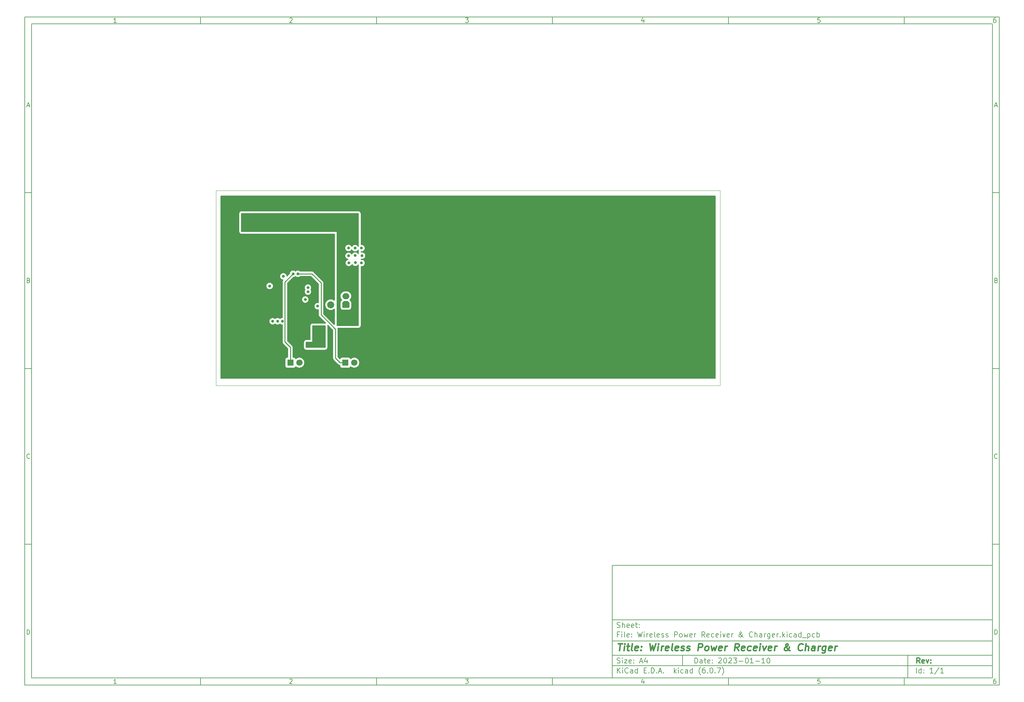
<source format=gbr>
%TF.GenerationSoftware,KiCad,Pcbnew,(6.0.7)*%
%TF.CreationDate,2023-01-12T19:29:25+03:00*%
%TF.ProjectId,Wireless Power Receiver & Charger,57697265-6c65-4737-9320-506f77657220,rev?*%
%TF.SameCoordinates,Original*%
%TF.FileFunction,Copper,L2,Inr*%
%TF.FilePolarity,Positive*%
%FSLAX46Y46*%
G04 Gerber Fmt 4.6, Leading zero omitted, Abs format (unit mm)*
G04 Created by KiCad (PCBNEW (6.0.7)) date 2023-01-12 19:29:25*
%MOMM*%
%LPD*%
G01*
G04 APERTURE LIST*
G04 Aperture macros list*
%AMRoundRect*
0 Rectangle with rounded corners*
0 $1 Rounding radius*
0 $2 $3 $4 $5 $6 $7 $8 $9 X,Y pos of 4 corners*
0 Add a 4 corners polygon primitive as box body*
4,1,4,$2,$3,$4,$5,$6,$7,$8,$9,$2,$3,0*
0 Add four circle primitives for the rounded corners*
1,1,$1+$1,$2,$3*
1,1,$1+$1,$4,$5*
1,1,$1+$1,$6,$7*
1,1,$1+$1,$8,$9*
0 Add four rect primitives between the rounded corners*
20,1,$1+$1,$2,$3,$4,$5,0*
20,1,$1+$1,$4,$5,$6,$7,0*
20,1,$1+$1,$6,$7,$8,$9,0*
20,1,$1+$1,$8,$9,$2,$3,0*%
G04 Aperture macros list end*
%ADD10C,0.100000*%
%ADD11C,0.150000*%
%ADD12C,0.300000*%
%ADD13C,0.400000*%
%TA.AperFunction,Profile*%
%ADD14C,0.100000*%
%TD*%
%TA.AperFunction,ComponentPad*%
%ADD15C,0.800000*%
%TD*%
%TA.AperFunction,ComponentPad*%
%ADD16C,5.000000*%
%TD*%
%TA.AperFunction,ComponentPad*%
%ADD17R,1.800000X1.800000*%
%TD*%
%TA.AperFunction,ComponentPad*%
%ADD18C,1.800000*%
%TD*%
%TA.AperFunction,ComponentPad*%
%ADD19C,0.600000*%
%TD*%
%TA.AperFunction,ComponentPad*%
%ADD20RoundRect,0.250000X0.750000X-0.600000X0.750000X0.600000X-0.750000X0.600000X-0.750000X-0.600000X0*%
%TD*%
%TA.AperFunction,ComponentPad*%
%ADD21O,2.000000X1.700000*%
%TD*%
%TA.AperFunction,ComponentPad*%
%ADD22C,2.000000*%
%TD*%
%TA.AperFunction,ViaPad*%
%ADD23C,0.800000*%
%TD*%
%TA.AperFunction,Conductor*%
%ADD24C,0.250000*%
%TD*%
G04 APERTURE END LIST*
D10*
D11*
X177002200Y-166007200D02*
X177002200Y-198007200D01*
X285002200Y-198007200D01*
X285002200Y-166007200D01*
X177002200Y-166007200D01*
D10*
D11*
X10000000Y-10000000D02*
X10000000Y-200007200D01*
X287002200Y-200007200D01*
X287002200Y-10000000D01*
X10000000Y-10000000D01*
D10*
D11*
X12000000Y-12000000D02*
X12000000Y-198007200D01*
X285002200Y-198007200D01*
X285002200Y-12000000D01*
X12000000Y-12000000D01*
D10*
D11*
X60000000Y-12000000D02*
X60000000Y-10000000D01*
D10*
D11*
X110000000Y-12000000D02*
X110000000Y-10000000D01*
D10*
D11*
X160000000Y-12000000D02*
X160000000Y-10000000D01*
D10*
D11*
X210000000Y-12000000D02*
X210000000Y-10000000D01*
D10*
D11*
X260000000Y-12000000D02*
X260000000Y-10000000D01*
D10*
D11*
X36065476Y-11588095D02*
X35322619Y-11588095D01*
X35694047Y-11588095D02*
X35694047Y-10288095D01*
X35570238Y-10473809D01*
X35446428Y-10597619D01*
X35322619Y-10659523D01*
D10*
D11*
X85322619Y-10411904D02*
X85384523Y-10350000D01*
X85508333Y-10288095D01*
X85817857Y-10288095D01*
X85941666Y-10350000D01*
X86003571Y-10411904D01*
X86065476Y-10535714D01*
X86065476Y-10659523D01*
X86003571Y-10845238D01*
X85260714Y-11588095D01*
X86065476Y-11588095D01*
D10*
D11*
X135260714Y-10288095D02*
X136065476Y-10288095D01*
X135632142Y-10783333D01*
X135817857Y-10783333D01*
X135941666Y-10845238D01*
X136003571Y-10907142D01*
X136065476Y-11030952D01*
X136065476Y-11340476D01*
X136003571Y-11464285D01*
X135941666Y-11526190D01*
X135817857Y-11588095D01*
X135446428Y-11588095D01*
X135322619Y-11526190D01*
X135260714Y-11464285D01*
D10*
D11*
X185941666Y-10721428D02*
X185941666Y-11588095D01*
X185632142Y-10226190D02*
X185322619Y-11154761D01*
X186127380Y-11154761D01*
D10*
D11*
X236003571Y-10288095D02*
X235384523Y-10288095D01*
X235322619Y-10907142D01*
X235384523Y-10845238D01*
X235508333Y-10783333D01*
X235817857Y-10783333D01*
X235941666Y-10845238D01*
X236003571Y-10907142D01*
X236065476Y-11030952D01*
X236065476Y-11340476D01*
X236003571Y-11464285D01*
X235941666Y-11526190D01*
X235817857Y-11588095D01*
X235508333Y-11588095D01*
X235384523Y-11526190D01*
X235322619Y-11464285D01*
D10*
D11*
X285941666Y-10288095D02*
X285694047Y-10288095D01*
X285570238Y-10350000D01*
X285508333Y-10411904D01*
X285384523Y-10597619D01*
X285322619Y-10845238D01*
X285322619Y-11340476D01*
X285384523Y-11464285D01*
X285446428Y-11526190D01*
X285570238Y-11588095D01*
X285817857Y-11588095D01*
X285941666Y-11526190D01*
X286003571Y-11464285D01*
X286065476Y-11340476D01*
X286065476Y-11030952D01*
X286003571Y-10907142D01*
X285941666Y-10845238D01*
X285817857Y-10783333D01*
X285570238Y-10783333D01*
X285446428Y-10845238D01*
X285384523Y-10907142D01*
X285322619Y-11030952D01*
D10*
D11*
X60000000Y-198007200D02*
X60000000Y-200007200D01*
D10*
D11*
X110000000Y-198007200D02*
X110000000Y-200007200D01*
D10*
D11*
X160000000Y-198007200D02*
X160000000Y-200007200D01*
D10*
D11*
X210000000Y-198007200D02*
X210000000Y-200007200D01*
D10*
D11*
X260000000Y-198007200D02*
X260000000Y-200007200D01*
D10*
D11*
X36065476Y-199595295D02*
X35322619Y-199595295D01*
X35694047Y-199595295D02*
X35694047Y-198295295D01*
X35570238Y-198481009D01*
X35446428Y-198604819D01*
X35322619Y-198666723D01*
D10*
D11*
X85322619Y-198419104D02*
X85384523Y-198357200D01*
X85508333Y-198295295D01*
X85817857Y-198295295D01*
X85941666Y-198357200D01*
X86003571Y-198419104D01*
X86065476Y-198542914D01*
X86065476Y-198666723D01*
X86003571Y-198852438D01*
X85260714Y-199595295D01*
X86065476Y-199595295D01*
D10*
D11*
X135260714Y-198295295D02*
X136065476Y-198295295D01*
X135632142Y-198790533D01*
X135817857Y-198790533D01*
X135941666Y-198852438D01*
X136003571Y-198914342D01*
X136065476Y-199038152D01*
X136065476Y-199347676D01*
X136003571Y-199471485D01*
X135941666Y-199533390D01*
X135817857Y-199595295D01*
X135446428Y-199595295D01*
X135322619Y-199533390D01*
X135260714Y-199471485D01*
D10*
D11*
X185941666Y-198728628D02*
X185941666Y-199595295D01*
X185632142Y-198233390D02*
X185322619Y-199161961D01*
X186127380Y-199161961D01*
D10*
D11*
X236003571Y-198295295D02*
X235384523Y-198295295D01*
X235322619Y-198914342D01*
X235384523Y-198852438D01*
X235508333Y-198790533D01*
X235817857Y-198790533D01*
X235941666Y-198852438D01*
X236003571Y-198914342D01*
X236065476Y-199038152D01*
X236065476Y-199347676D01*
X236003571Y-199471485D01*
X235941666Y-199533390D01*
X235817857Y-199595295D01*
X235508333Y-199595295D01*
X235384523Y-199533390D01*
X235322619Y-199471485D01*
D10*
D11*
X285941666Y-198295295D02*
X285694047Y-198295295D01*
X285570238Y-198357200D01*
X285508333Y-198419104D01*
X285384523Y-198604819D01*
X285322619Y-198852438D01*
X285322619Y-199347676D01*
X285384523Y-199471485D01*
X285446428Y-199533390D01*
X285570238Y-199595295D01*
X285817857Y-199595295D01*
X285941666Y-199533390D01*
X286003571Y-199471485D01*
X286065476Y-199347676D01*
X286065476Y-199038152D01*
X286003571Y-198914342D01*
X285941666Y-198852438D01*
X285817857Y-198790533D01*
X285570238Y-198790533D01*
X285446428Y-198852438D01*
X285384523Y-198914342D01*
X285322619Y-199038152D01*
D10*
D11*
X10000000Y-60000000D02*
X12000000Y-60000000D01*
D10*
D11*
X10000000Y-110000000D02*
X12000000Y-110000000D01*
D10*
D11*
X10000000Y-160000000D02*
X12000000Y-160000000D01*
D10*
D11*
X10690476Y-35216666D02*
X11309523Y-35216666D01*
X10566666Y-35588095D02*
X11000000Y-34288095D01*
X11433333Y-35588095D01*
D10*
D11*
X11092857Y-84907142D02*
X11278571Y-84969047D01*
X11340476Y-85030952D01*
X11402380Y-85154761D01*
X11402380Y-85340476D01*
X11340476Y-85464285D01*
X11278571Y-85526190D01*
X11154761Y-85588095D01*
X10659523Y-85588095D01*
X10659523Y-84288095D01*
X11092857Y-84288095D01*
X11216666Y-84350000D01*
X11278571Y-84411904D01*
X11340476Y-84535714D01*
X11340476Y-84659523D01*
X11278571Y-84783333D01*
X11216666Y-84845238D01*
X11092857Y-84907142D01*
X10659523Y-84907142D01*
D10*
D11*
X11402380Y-135464285D02*
X11340476Y-135526190D01*
X11154761Y-135588095D01*
X11030952Y-135588095D01*
X10845238Y-135526190D01*
X10721428Y-135402380D01*
X10659523Y-135278571D01*
X10597619Y-135030952D01*
X10597619Y-134845238D01*
X10659523Y-134597619D01*
X10721428Y-134473809D01*
X10845238Y-134350000D01*
X11030952Y-134288095D01*
X11154761Y-134288095D01*
X11340476Y-134350000D01*
X11402380Y-134411904D01*
D10*
D11*
X10659523Y-185588095D02*
X10659523Y-184288095D01*
X10969047Y-184288095D01*
X11154761Y-184350000D01*
X11278571Y-184473809D01*
X11340476Y-184597619D01*
X11402380Y-184845238D01*
X11402380Y-185030952D01*
X11340476Y-185278571D01*
X11278571Y-185402380D01*
X11154761Y-185526190D01*
X10969047Y-185588095D01*
X10659523Y-185588095D01*
D10*
D11*
X287002200Y-60000000D02*
X285002200Y-60000000D01*
D10*
D11*
X287002200Y-110000000D02*
X285002200Y-110000000D01*
D10*
D11*
X287002200Y-160000000D02*
X285002200Y-160000000D01*
D10*
D11*
X285692676Y-35216666D02*
X286311723Y-35216666D01*
X285568866Y-35588095D02*
X286002200Y-34288095D01*
X286435533Y-35588095D01*
D10*
D11*
X286095057Y-84907142D02*
X286280771Y-84969047D01*
X286342676Y-85030952D01*
X286404580Y-85154761D01*
X286404580Y-85340476D01*
X286342676Y-85464285D01*
X286280771Y-85526190D01*
X286156961Y-85588095D01*
X285661723Y-85588095D01*
X285661723Y-84288095D01*
X286095057Y-84288095D01*
X286218866Y-84350000D01*
X286280771Y-84411904D01*
X286342676Y-84535714D01*
X286342676Y-84659523D01*
X286280771Y-84783333D01*
X286218866Y-84845238D01*
X286095057Y-84907142D01*
X285661723Y-84907142D01*
D10*
D11*
X286404580Y-135464285D02*
X286342676Y-135526190D01*
X286156961Y-135588095D01*
X286033152Y-135588095D01*
X285847438Y-135526190D01*
X285723628Y-135402380D01*
X285661723Y-135278571D01*
X285599819Y-135030952D01*
X285599819Y-134845238D01*
X285661723Y-134597619D01*
X285723628Y-134473809D01*
X285847438Y-134350000D01*
X286033152Y-134288095D01*
X286156961Y-134288095D01*
X286342676Y-134350000D01*
X286404580Y-134411904D01*
D10*
D11*
X285661723Y-185588095D02*
X285661723Y-184288095D01*
X285971247Y-184288095D01*
X286156961Y-184350000D01*
X286280771Y-184473809D01*
X286342676Y-184597619D01*
X286404580Y-184845238D01*
X286404580Y-185030952D01*
X286342676Y-185278571D01*
X286280771Y-185402380D01*
X286156961Y-185526190D01*
X285971247Y-185588095D01*
X285661723Y-185588095D01*
D10*
D11*
X200434342Y-193785771D02*
X200434342Y-192285771D01*
X200791485Y-192285771D01*
X201005771Y-192357200D01*
X201148628Y-192500057D01*
X201220057Y-192642914D01*
X201291485Y-192928628D01*
X201291485Y-193142914D01*
X201220057Y-193428628D01*
X201148628Y-193571485D01*
X201005771Y-193714342D01*
X200791485Y-193785771D01*
X200434342Y-193785771D01*
X202577200Y-193785771D02*
X202577200Y-193000057D01*
X202505771Y-192857200D01*
X202362914Y-192785771D01*
X202077200Y-192785771D01*
X201934342Y-192857200D01*
X202577200Y-193714342D02*
X202434342Y-193785771D01*
X202077200Y-193785771D01*
X201934342Y-193714342D01*
X201862914Y-193571485D01*
X201862914Y-193428628D01*
X201934342Y-193285771D01*
X202077200Y-193214342D01*
X202434342Y-193214342D01*
X202577200Y-193142914D01*
X203077200Y-192785771D02*
X203648628Y-192785771D01*
X203291485Y-192285771D02*
X203291485Y-193571485D01*
X203362914Y-193714342D01*
X203505771Y-193785771D01*
X203648628Y-193785771D01*
X204720057Y-193714342D02*
X204577200Y-193785771D01*
X204291485Y-193785771D01*
X204148628Y-193714342D01*
X204077200Y-193571485D01*
X204077200Y-193000057D01*
X204148628Y-192857200D01*
X204291485Y-192785771D01*
X204577200Y-192785771D01*
X204720057Y-192857200D01*
X204791485Y-193000057D01*
X204791485Y-193142914D01*
X204077200Y-193285771D01*
X205434342Y-193642914D02*
X205505771Y-193714342D01*
X205434342Y-193785771D01*
X205362914Y-193714342D01*
X205434342Y-193642914D01*
X205434342Y-193785771D01*
X205434342Y-192857200D02*
X205505771Y-192928628D01*
X205434342Y-193000057D01*
X205362914Y-192928628D01*
X205434342Y-192857200D01*
X205434342Y-193000057D01*
X207220057Y-192428628D02*
X207291485Y-192357200D01*
X207434342Y-192285771D01*
X207791485Y-192285771D01*
X207934342Y-192357200D01*
X208005771Y-192428628D01*
X208077200Y-192571485D01*
X208077200Y-192714342D01*
X208005771Y-192928628D01*
X207148628Y-193785771D01*
X208077200Y-193785771D01*
X209005771Y-192285771D02*
X209148628Y-192285771D01*
X209291485Y-192357200D01*
X209362914Y-192428628D01*
X209434342Y-192571485D01*
X209505771Y-192857200D01*
X209505771Y-193214342D01*
X209434342Y-193500057D01*
X209362914Y-193642914D01*
X209291485Y-193714342D01*
X209148628Y-193785771D01*
X209005771Y-193785771D01*
X208862914Y-193714342D01*
X208791485Y-193642914D01*
X208720057Y-193500057D01*
X208648628Y-193214342D01*
X208648628Y-192857200D01*
X208720057Y-192571485D01*
X208791485Y-192428628D01*
X208862914Y-192357200D01*
X209005771Y-192285771D01*
X210077200Y-192428628D02*
X210148628Y-192357200D01*
X210291485Y-192285771D01*
X210648628Y-192285771D01*
X210791485Y-192357200D01*
X210862914Y-192428628D01*
X210934342Y-192571485D01*
X210934342Y-192714342D01*
X210862914Y-192928628D01*
X210005771Y-193785771D01*
X210934342Y-193785771D01*
X211434342Y-192285771D02*
X212362914Y-192285771D01*
X211862914Y-192857200D01*
X212077200Y-192857200D01*
X212220057Y-192928628D01*
X212291485Y-193000057D01*
X212362914Y-193142914D01*
X212362914Y-193500057D01*
X212291485Y-193642914D01*
X212220057Y-193714342D01*
X212077200Y-193785771D01*
X211648628Y-193785771D01*
X211505771Y-193714342D01*
X211434342Y-193642914D01*
X213005771Y-193214342D02*
X214148628Y-193214342D01*
X215148628Y-192285771D02*
X215291485Y-192285771D01*
X215434342Y-192357200D01*
X215505771Y-192428628D01*
X215577200Y-192571485D01*
X215648628Y-192857200D01*
X215648628Y-193214342D01*
X215577200Y-193500057D01*
X215505771Y-193642914D01*
X215434342Y-193714342D01*
X215291485Y-193785771D01*
X215148628Y-193785771D01*
X215005771Y-193714342D01*
X214934342Y-193642914D01*
X214862914Y-193500057D01*
X214791485Y-193214342D01*
X214791485Y-192857200D01*
X214862914Y-192571485D01*
X214934342Y-192428628D01*
X215005771Y-192357200D01*
X215148628Y-192285771D01*
X217077200Y-193785771D02*
X216220057Y-193785771D01*
X216648628Y-193785771D02*
X216648628Y-192285771D01*
X216505771Y-192500057D01*
X216362914Y-192642914D01*
X216220057Y-192714342D01*
X217720057Y-193214342D02*
X218862914Y-193214342D01*
X220362914Y-193785771D02*
X219505771Y-193785771D01*
X219934342Y-193785771D02*
X219934342Y-192285771D01*
X219791485Y-192500057D01*
X219648628Y-192642914D01*
X219505771Y-192714342D01*
X221291485Y-192285771D02*
X221434342Y-192285771D01*
X221577200Y-192357200D01*
X221648628Y-192428628D01*
X221720057Y-192571485D01*
X221791485Y-192857200D01*
X221791485Y-193214342D01*
X221720057Y-193500057D01*
X221648628Y-193642914D01*
X221577200Y-193714342D01*
X221434342Y-193785771D01*
X221291485Y-193785771D01*
X221148628Y-193714342D01*
X221077200Y-193642914D01*
X221005771Y-193500057D01*
X220934342Y-193214342D01*
X220934342Y-192857200D01*
X221005771Y-192571485D01*
X221077200Y-192428628D01*
X221148628Y-192357200D01*
X221291485Y-192285771D01*
D10*
D11*
X177002200Y-194507200D02*
X285002200Y-194507200D01*
D10*
D11*
X178434342Y-196585771D02*
X178434342Y-195085771D01*
X179291485Y-196585771D02*
X178648628Y-195728628D01*
X179291485Y-195085771D02*
X178434342Y-195942914D01*
X179934342Y-196585771D02*
X179934342Y-195585771D01*
X179934342Y-195085771D02*
X179862914Y-195157200D01*
X179934342Y-195228628D01*
X180005771Y-195157200D01*
X179934342Y-195085771D01*
X179934342Y-195228628D01*
X181505771Y-196442914D02*
X181434342Y-196514342D01*
X181220057Y-196585771D01*
X181077200Y-196585771D01*
X180862914Y-196514342D01*
X180720057Y-196371485D01*
X180648628Y-196228628D01*
X180577200Y-195942914D01*
X180577200Y-195728628D01*
X180648628Y-195442914D01*
X180720057Y-195300057D01*
X180862914Y-195157200D01*
X181077200Y-195085771D01*
X181220057Y-195085771D01*
X181434342Y-195157200D01*
X181505771Y-195228628D01*
X182791485Y-196585771D02*
X182791485Y-195800057D01*
X182720057Y-195657200D01*
X182577200Y-195585771D01*
X182291485Y-195585771D01*
X182148628Y-195657200D01*
X182791485Y-196514342D02*
X182648628Y-196585771D01*
X182291485Y-196585771D01*
X182148628Y-196514342D01*
X182077200Y-196371485D01*
X182077200Y-196228628D01*
X182148628Y-196085771D01*
X182291485Y-196014342D01*
X182648628Y-196014342D01*
X182791485Y-195942914D01*
X184148628Y-196585771D02*
X184148628Y-195085771D01*
X184148628Y-196514342D02*
X184005771Y-196585771D01*
X183720057Y-196585771D01*
X183577200Y-196514342D01*
X183505771Y-196442914D01*
X183434342Y-196300057D01*
X183434342Y-195871485D01*
X183505771Y-195728628D01*
X183577200Y-195657200D01*
X183720057Y-195585771D01*
X184005771Y-195585771D01*
X184148628Y-195657200D01*
X186005771Y-195800057D02*
X186505771Y-195800057D01*
X186720057Y-196585771D02*
X186005771Y-196585771D01*
X186005771Y-195085771D01*
X186720057Y-195085771D01*
X187362914Y-196442914D02*
X187434342Y-196514342D01*
X187362914Y-196585771D01*
X187291485Y-196514342D01*
X187362914Y-196442914D01*
X187362914Y-196585771D01*
X188077200Y-196585771D02*
X188077200Y-195085771D01*
X188434342Y-195085771D01*
X188648628Y-195157200D01*
X188791485Y-195300057D01*
X188862914Y-195442914D01*
X188934342Y-195728628D01*
X188934342Y-195942914D01*
X188862914Y-196228628D01*
X188791485Y-196371485D01*
X188648628Y-196514342D01*
X188434342Y-196585771D01*
X188077200Y-196585771D01*
X189577200Y-196442914D02*
X189648628Y-196514342D01*
X189577200Y-196585771D01*
X189505771Y-196514342D01*
X189577200Y-196442914D01*
X189577200Y-196585771D01*
X190220057Y-196157200D02*
X190934342Y-196157200D01*
X190077200Y-196585771D02*
X190577200Y-195085771D01*
X191077200Y-196585771D01*
X191577200Y-196442914D02*
X191648628Y-196514342D01*
X191577200Y-196585771D01*
X191505771Y-196514342D01*
X191577200Y-196442914D01*
X191577200Y-196585771D01*
X194577200Y-196585771D02*
X194577200Y-195085771D01*
X194720057Y-196014342D02*
X195148628Y-196585771D01*
X195148628Y-195585771D02*
X194577200Y-196157200D01*
X195791485Y-196585771D02*
X195791485Y-195585771D01*
X195791485Y-195085771D02*
X195720057Y-195157200D01*
X195791485Y-195228628D01*
X195862914Y-195157200D01*
X195791485Y-195085771D01*
X195791485Y-195228628D01*
X197148628Y-196514342D02*
X197005771Y-196585771D01*
X196720057Y-196585771D01*
X196577200Y-196514342D01*
X196505771Y-196442914D01*
X196434342Y-196300057D01*
X196434342Y-195871485D01*
X196505771Y-195728628D01*
X196577200Y-195657200D01*
X196720057Y-195585771D01*
X197005771Y-195585771D01*
X197148628Y-195657200D01*
X198434342Y-196585771D02*
X198434342Y-195800057D01*
X198362914Y-195657200D01*
X198220057Y-195585771D01*
X197934342Y-195585771D01*
X197791485Y-195657200D01*
X198434342Y-196514342D02*
X198291485Y-196585771D01*
X197934342Y-196585771D01*
X197791485Y-196514342D01*
X197720057Y-196371485D01*
X197720057Y-196228628D01*
X197791485Y-196085771D01*
X197934342Y-196014342D01*
X198291485Y-196014342D01*
X198434342Y-195942914D01*
X199791485Y-196585771D02*
X199791485Y-195085771D01*
X199791485Y-196514342D02*
X199648628Y-196585771D01*
X199362914Y-196585771D01*
X199220057Y-196514342D01*
X199148628Y-196442914D01*
X199077200Y-196300057D01*
X199077200Y-195871485D01*
X199148628Y-195728628D01*
X199220057Y-195657200D01*
X199362914Y-195585771D01*
X199648628Y-195585771D01*
X199791485Y-195657200D01*
X202077200Y-197157200D02*
X202005771Y-197085771D01*
X201862914Y-196871485D01*
X201791485Y-196728628D01*
X201720057Y-196514342D01*
X201648628Y-196157200D01*
X201648628Y-195871485D01*
X201720057Y-195514342D01*
X201791485Y-195300057D01*
X201862914Y-195157200D01*
X202005771Y-194942914D01*
X202077200Y-194871485D01*
X203291485Y-195085771D02*
X203005771Y-195085771D01*
X202862914Y-195157200D01*
X202791485Y-195228628D01*
X202648628Y-195442914D01*
X202577200Y-195728628D01*
X202577200Y-196300057D01*
X202648628Y-196442914D01*
X202720057Y-196514342D01*
X202862914Y-196585771D01*
X203148628Y-196585771D01*
X203291485Y-196514342D01*
X203362914Y-196442914D01*
X203434342Y-196300057D01*
X203434342Y-195942914D01*
X203362914Y-195800057D01*
X203291485Y-195728628D01*
X203148628Y-195657200D01*
X202862914Y-195657200D01*
X202720057Y-195728628D01*
X202648628Y-195800057D01*
X202577200Y-195942914D01*
X204077200Y-196442914D02*
X204148628Y-196514342D01*
X204077200Y-196585771D01*
X204005771Y-196514342D01*
X204077200Y-196442914D01*
X204077200Y-196585771D01*
X205077200Y-195085771D02*
X205220057Y-195085771D01*
X205362914Y-195157200D01*
X205434342Y-195228628D01*
X205505771Y-195371485D01*
X205577200Y-195657200D01*
X205577200Y-196014342D01*
X205505771Y-196300057D01*
X205434342Y-196442914D01*
X205362914Y-196514342D01*
X205220057Y-196585771D01*
X205077200Y-196585771D01*
X204934342Y-196514342D01*
X204862914Y-196442914D01*
X204791485Y-196300057D01*
X204720057Y-196014342D01*
X204720057Y-195657200D01*
X204791485Y-195371485D01*
X204862914Y-195228628D01*
X204934342Y-195157200D01*
X205077200Y-195085771D01*
X206220057Y-196442914D02*
X206291485Y-196514342D01*
X206220057Y-196585771D01*
X206148628Y-196514342D01*
X206220057Y-196442914D01*
X206220057Y-196585771D01*
X206791485Y-195085771D02*
X207791485Y-195085771D01*
X207148628Y-196585771D01*
X208220057Y-197157200D02*
X208291485Y-197085771D01*
X208434342Y-196871485D01*
X208505771Y-196728628D01*
X208577200Y-196514342D01*
X208648628Y-196157200D01*
X208648628Y-195871485D01*
X208577200Y-195514342D01*
X208505771Y-195300057D01*
X208434342Y-195157200D01*
X208291485Y-194942914D01*
X208220057Y-194871485D01*
D10*
D11*
X177002200Y-191507200D02*
X285002200Y-191507200D01*
D10*
D12*
X264411485Y-193785771D02*
X263911485Y-193071485D01*
X263554342Y-193785771D02*
X263554342Y-192285771D01*
X264125771Y-192285771D01*
X264268628Y-192357200D01*
X264340057Y-192428628D01*
X264411485Y-192571485D01*
X264411485Y-192785771D01*
X264340057Y-192928628D01*
X264268628Y-193000057D01*
X264125771Y-193071485D01*
X263554342Y-193071485D01*
X265625771Y-193714342D02*
X265482914Y-193785771D01*
X265197200Y-193785771D01*
X265054342Y-193714342D01*
X264982914Y-193571485D01*
X264982914Y-193000057D01*
X265054342Y-192857200D01*
X265197200Y-192785771D01*
X265482914Y-192785771D01*
X265625771Y-192857200D01*
X265697200Y-193000057D01*
X265697200Y-193142914D01*
X264982914Y-193285771D01*
X266197200Y-192785771D02*
X266554342Y-193785771D01*
X266911485Y-192785771D01*
X267482914Y-193642914D02*
X267554342Y-193714342D01*
X267482914Y-193785771D01*
X267411485Y-193714342D01*
X267482914Y-193642914D01*
X267482914Y-193785771D01*
X267482914Y-192857200D02*
X267554342Y-192928628D01*
X267482914Y-193000057D01*
X267411485Y-192928628D01*
X267482914Y-192857200D01*
X267482914Y-193000057D01*
D10*
D11*
X178362914Y-193714342D02*
X178577200Y-193785771D01*
X178934342Y-193785771D01*
X179077200Y-193714342D01*
X179148628Y-193642914D01*
X179220057Y-193500057D01*
X179220057Y-193357200D01*
X179148628Y-193214342D01*
X179077200Y-193142914D01*
X178934342Y-193071485D01*
X178648628Y-193000057D01*
X178505771Y-192928628D01*
X178434342Y-192857200D01*
X178362914Y-192714342D01*
X178362914Y-192571485D01*
X178434342Y-192428628D01*
X178505771Y-192357200D01*
X178648628Y-192285771D01*
X179005771Y-192285771D01*
X179220057Y-192357200D01*
X179862914Y-193785771D02*
X179862914Y-192785771D01*
X179862914Y-192285771D02*
X179791485Y-192357200D01*
X179862914Y-192428628D01*
X179934342Y-192357200D01*
X179862914Y-192285771D01*
X179862914Y-192428628D01*
X180434342Y-192785771D02*
X181220057Y-192785771D01*
X180434342Y-193785771D01*
X181220057Y-193785771D01*
X182362914Y-193714342D02*
X182220057Y-193785771D01*
X181934342Y-193785771D01*
X181791485Y-193714342D01*
X181720057Y-193571485D01*
X181720057Y-193000057D01*
X181791485Y-192857200D01*
X181934342Y-192785771D01*
X182220057Y-192785771D01*
X182362914Y-192857200D01*
X182434342Y-193000057D01*
X182434342Y-193142914D01*
X181720057Y-193285771D01*
X183077200Y-193642914D02*
X183148628Y-193714342D01*
X183077200Y-193785771D01*
X183005771Y-193714342D01*
X183077200Y-193642914D01*
X183077200Y-193785771D01*
X183077200Y-192857200D02*
X183148628Y-192928628D01*
X183077200Y-193000057D01*
X183005771Y-192928628D01*
X183077200Y-192857200D01*
X183077200Y-193000057D01*
X184862914Y-193357200D02*
X185577200Y-193357200D01*
X184720057Y-193785771D02*
X185220057Y-192285771D01*
X185720057Y-193785771D01*
X186862914Y-192785771D02*
X186862914Y-193785771D01*
X186505771Y-192214342D02*
X186148628Y-193285771D01*
X187077200Y-193285771D01*
D10*
D11*
X263434342Y-196585771D02*
X263434342Y-195085771D01*
X264791485Y-196585771D02*
X264791485Y-195085771D01*
X264791485Y-196514342D02*
X264648628Y-196585771D01*
X264362914Y-196585771D01*
X264220057Y-196514342D01*
X264148628Y-196442914D01*
X264077200Y-196300057D01*
X264077200Y-195871485D01*
X264148628Y-195728628D01*
X264220057Y-195657200D01*
X264362914Y-195585771D01*
X264648628Y-195585771D01*
X264791485Y-195657200D01*
X265505771Y-196442914D02*
X265577200Y-196514342D01*
X265505771Y-196585771D01*
X265434342Y-196514342D01*
X265505771Y-196442914D01*
X265505771Y-196585771D01*
X265505771Y-195657200D02*
X265577200Y-195728628D01*
X265505771Y-195800057D01*
X265434342Y-195728628D01*
X265505771Y-195657200D01*
X265505771Y-195800057D01*
X268148628Y-196585771D02*
X267291485Y-196585771D01*
X267720057Y-196585771D02*
X267720057Y-195085771D01*
X267577200Y-195300057D01*
X267434342Y-195442914D01*
X267291485Y-195514342D01*
X269862914Y-195014342D02*
X268577200Y-196942914D01*
X271148628Y-196585771D02*
X270291485Y-196585771D01*
X270720057Y-196585771D02*
X270720057Y-195085771D01*
X270577200Y-195300057D01*
X270434342Y-195442914D01*
X270291485Y-195514342D01*
D10*
D11*
X177002200Y-187507200D02*
X285002200Y-187507200D01*
D10*
D13*
X178714580Y-188211961D02*
X179857438Y-188211961D01*
X179036009Y-190211961D02*
X179286009Y-188211961D01*
X180274104Y-190211961D02*
X180440771Y-188878628D01*
X180524104Y-188211961D02*
X180416961Y-188307200D01*
X180500295Y-188402438D01*
X180607438Y-188307200D01*
X180524104Y-188211961D01*
X180500295Y-188402438D01*
X181107438Y-188878628D02*
X181869342Y-188878628D01*
X181476485Y-188211961D02*
X181262200Y-189926247D01*
X181333628Y-190116723D01*
X181512200Y-190211961D01*
X181702676Y-190211961D01*
X182655057Y-190211961D02*
X182476485Y-190116723D01*
X182405057Y-189926247D01*
X182619342Y-188211961D01*
X184190771Y-190116723D02*
X183988390Y-190211961D01*
X183607438Y-190211961D01*
X183428866Y-190116723D01*
X183357438Y-189926247D01*
X183452676Y-189164342D01*
X183571723Y-188973866D01*
X183774104Y-188878628D01*
X184155057Y-188878628D01*
X184333628Y-188973866D01*
X184405057Y-189164342D01*
X184381247Y-189354819D01*
X183405057Y-189545295D01*
X185155057Y-190021485D02*
X185238390Y-190116723D01*
X185131247Y-190211961D01*
X185047914Y-190116723D01*
X185155057Y-190021485D01*
X185131247Y-190211961D01*
X185286009Y-188973866D02*
X185369342Y-189069104D01*
X185262200Y-189164342D01*
X185178866Y-189069104D01*
X185286009Y-188973866D01*
X185262200Y-189164342D01*
X187666961Y-188211961D02*
X187893152Y-190211961D01*
X188452676Y-188783390D01*
X188655057Y-190211961D01*
X189381247Y-188211961D01*
X189893152Y-190211961D02*
X190059819Y-188878628D01*
X190143152Y-188211961D02*
X190036009Y-188307200D01*
X190119342Y-188402438D01*
X190226485Y-188307200D01*
X190143152Y-188211961D01*
X190119342Y-188402438D01*
X190845533Y-190211961D02*
X191012200Y-188878628D01*
X190964580Y-189259580D02*
X191083628Y-189069104D01*
X191190771Y-188973866D01*
X191393152Y-188878628D01*
X191583628Y-188878628D01*
X192857438Y-190116723D02*
X192655057Y-190211961D01*
X192274104Y-190211961D01*
X192095533Y-190116723D01*
X192024104Y-189926247D01*
X192119342Y-189164342D01*
X192238390Y-188973866D01*
X192440771Y-188878628D01*
X192821723Y-188878628D01*
X193000295Y-188973866D01*
X193071723Y-189164342D01*
X193047914Y-189354819D01*
X192071723Y-189545295D01*
X194083628Y-190211961D02*
X193905057Y-190116723D01*
X193833628Y-189926247D01*
X194047914Y-188211961D01*
X195619342Y-190116723D02*
X195416961Y-190211961D01*
X195036009Y-190211961D01*
X194857438Y-190116723D01*
X194786009Y-189926247D01*
X194881247Y-189164342D01*
X195000295Y-188973866D01*
X195202676Y-188878628D01*
X195583628Y-188878628D01*
X195762200Y-188973866D01*
X195833628Y-189164342D01*
X195809819Y-189354819D01*
X194833628Y-189545295D01*
X196476485Y-190116723D02*
X196655057Y-190211961D01*
X197036009Y-190211961D01*
X197238390Y-190116723D01*
X197357438Y-189926247D01*
X197369342Y-189831009D01*
X197297914Y-189640533D01*
X197119342Y-189545295D01*
X196833628Y-189545295D01*
X196655057Y-189450057D01*
X196583628Y-189259580D01*
X196595533Y-189164342D01*
X196714580Y-188973866D01*
X196916961Y-188878628D01*
X197202676Y-188878628D01*
X197381247Y-188973866D01*
X198095533Y-190116723D02*
X198274104Y-190211961D01*
X198655057Y-190211961D01*
X198857438Y-190116723D01*
X198976485Y-189926247D01*
X198988390Y-189831009D01*
X198916961Y-189640533D01*
X198738390Y-189545295D01*
X198452676Y-189545295D01*
X198274104Y-189450057D01*
X198202676Y-189259580D01*
X198214580Y-189164342D01*
X198333628Y-188973866D01*
X198536009Y-188878628D01*
X198821723Y-188878628D01*
X199000295Y-188973866D01*
X201321723Y-190211961D02*
X201571723Y-188211961D01*
X202333628Y-188211961D01*
X202512200Y-188307200D01*
X202595533Y-188402438D01*
X202666961Y-188592914D01*
X202631247Y-188878628D01*
X202512200Y-189069104D01*
X202405057Y-189164342D01*
X202202676Y-189259580D01*
X201440771Y-189259580D01*
X203607438Y-190211961D02*
X203428866Y-190116723D01*
X203345533Y-190021485D01*
X203274104Y-189831009D01*
X203345533Y-189259580D01*
X203464580Y-189069104D01*
X203571723Y-188973866D01*
X203774104Y-188878628D01*
X204059819Y-188878628D01*
X204238390Y-188973866D01*
X204321723Y-189069104D01*
X204393152Y-189259580D01*
X204321723Y-189831009D01*
X204202676Y-190021485D01*
X204095533Y-190116723D01*
X203893152Y-190211961D01*
X203607438Y-190211961D01*
X205107438Y-188878628D02*
X205321723Y-190211961D01*
X205821723Y-189259580D01*
X206083628Y-190211961D01*
X206631247Y-188878628D01*
X208000295Y-190116723D02*
X207797914Y-190211961D01*
X207416961Y-190211961D01*
X207238390Y-190116723D01*
X207166961Y-189926247D01*
X207262200Y-189164342D01*
X207381247Y-188973866D01*
X207583628Y-188878628D01*
X207964580Y-188878628D01*
X208143152Y-188973866D01*
X208214580Y-189164342D01*
X208190771Y-189354819D01*
X207214580Y-189545295D01*
X208940771Y-190211961D02*
X209107438Y-188878628D01*
X209059819Y-189259580D02*
X209178866Y-189069104D01*
X209286009Y-188973866D01*
X209488390Y-188878628D01*
X209678866Y-188878628D01*
X212845533Y-190211961D02*
X212297914Y-189259580D01*
X211702676Y-190211961D02*
X211952676Y-188211961D01*
X212714580Y-188211961D01*
X212893152Y-188307200D01*
X212976485Y-188402438D01*
X213047914Y-188592914D01*
X213012200Y-188878628D01*
X212893152Y-189069104D01*
X212786009Y-189164342D01*
X212583628Y-189259580D01*
X211821723Y-189259580D01*
X214476485Y-190116723D02*
X214274104Y-190211961D01*
X213893152Y-190211961D01*
X213714580Y-190116723D01*
X213643152Y-189926247D01*
X213738390Y-189164342D01*
X213857438Y-188973866D01*
X214059819Y-188878628D01*
X214440771Y-188878628D01*
X214619342Y-188973866D01*
X214690771Y-189164342D01*
X214666961Y-189354819D01*
X213690771Y-189545295D01*
X216286009Y-190116723D02*
X216083628Y-190211961D01*
X215702676Y-190211961D01*
X215524104Y-190116723D01*
X215440771Y-190021485D01*
X215369342Y-189831009D01*
X215440771Y-189259580D01*
X215559819Y-189069104D01*
X215666961Y-188973866D01*
X215869342Y-188878628D01*
X216250295Y-188878628D01*
X216428866Y-188973866D01*
X217905057Y-190116723D02*
X217702676Y-190211961D01*
X217321723Y-190211961D01*
X217143152Y-190116723D01*
X217071723Y-189926247D01*
X217166961Y-189164342D01*
X217286009Y-188973866D01*
X217488390Y-188878628D01*
X217869342Y-188878628D01*
X218047914Y-188973866D01*
X218119342Y-189164342D01*
X218095533Y-189354819D01*
X217119342Y-189545295D01*
X218845533Y-190211961D02*
X219012200Y-188878628D01*
X219095533Y-188211961D02*
X218988390Y-188307200D01*
X219071723Y-188402438D01*
X219178866Y-188307200D01*
X219095533Y-188211961D01*
X219071723Y-188402438D01*
X219774104Y-188878628D02*
X220083628Y-190211961D01*
X220726485Y-188878628D01*
X222095533Y-190116723D02*
X221893152Y-190211961D01*
X221512200Y-190211961D01*
X221333628Y-190116723D01*
X221262200Y-189926247D01*
X221357438Y-189164342D01*
X221476485Y-188973866D01*
X221678866Y-188878628D01*
X222059819Y-188878628D01*
X222238390Y-188973866D01*
X222309819Y-189164342D01*
X222286009Y-189354819D01*
X221309819Y-189545295D01*
X223036009Y-190211961D02*
X223202676Y-188878628D01*
X223155057Y-189259580D02*
X223274104Y-189069104D01*
X223381247Y-188973866D01*
X223583628Y-188878628D01*
X223774104Y-188878628D01*
X227416961Y-190211961D02*
X227321723Y-190211961D01*
X227143152Y-190116723D01*
X226893152Y-189831009D01*
X226488390Y-189259580D01*
X226333628Y-188973866D01*
X226274104Y-188688152D01*
X226297914Y-188497676D01*
X226416961Y-188307200D01*
X226619342Y-188211961D01*
X226714580Y-188211961D01*
X226893152Y-188307200D01*
X226964580Y-188497676D01*
X226952676Y-188592914D01*
X226833628Y-188783390D01*
X226726485Y-188878628D01*
X226107438Y-189259580D01*
X226000295Y-189354819D01*
X225881247Y-189545295D01*
X225845533Y-189831009D01*
X225916961Y-190021485D01*
X226000295Y-190116723D01*
X226178866Y-190211961D01*
X226464580Y-190211961D01*
X226666961Y-190116723D01*
X226774104Y-190021485D01*
X227107438Y-189640533D01*
X227238390Y-189354819D01*
X227262200Y-189164342D01*
X230964580Y-190021485D02*
X230857438Y-190116723D01*
X230559819Y-190211961D01*
X230369342Y-190211961D01*
X230095533Y-190116723D01*
X229928866Y-189926247D01*
X229857438Y-189735771D01*
X229809819Y-189354819D01*
X229845533Y-189069104D01*
X229988390Y-188688152D01*
X230107438Y-188497676D01*
X230321723Y-188307200D01*
X230619342Y-188211961D01*
X230809819Y-188211961D01*
X231083628Y-188307200D01*
X231166961Y-188402438D01*
X231797914Y-190211961D02*
X232047914Y-188211961D01*
X232655057Y-190211961D02*
X232786009Y-189164342D01*
X232714580Y-188973866D01*
X232536009Y-188878628D01*
X232250295Y-188878628D01*
X232047914Y-188973866D01*
X231940771Y-189069104D01*
X234464580Y-190211961D02*
X234595533Y-189164342D01*
X234524104Y-188973866D01*
X234345533Y-188878628D01*
X233964580Y-188878628D01*
X233762200Y-188973866D01*
X234476485Y-190116723D02*
X234274104Y-190211961D01*
X233797914Y-190211961D01*
X233619342Y-190116723D01*
X233547914Y-189926247D01*
X233571723Y-189735771D01*
X233690771Y-189545295D01*
X233893152Y-189450057D01*
X234369342Y-189450057D01*
X234571723Y-189354819D01*
X235416961Y-190211961D02*
X235583628Y-188878628D01*
X235536009Y-189259580D02*
X235655057Y-189069104D01*
X235762200Y-188973866D01*
X235964580Y-188878628D01*
X236155057Y-188878628D01*
X237678866Y-188878628D02*
X237476485Y-190497676D01*
X237357438Y-190688152D01*
X237250295Y-190783390D01*
X237047914Y-190878628D01*
X236762200Y-190878628D01*
X236583628Y-190783390D01*
X237524104Y-190116723D02*
X237321723Y-190211961D01*
X236940771Y-190211961D01*
X236762200Y-190116723D01*
X236678866Y-190021485D01*
X236607438Y-189831009D01*
X236678866Y-189259580D01*
X236797914Y-189069104D01*
X236905057Y-188973866D01*
X237107438Y-188878628D01*
X237488390Y-188878628D01*
X237666961Y-188973866D01*
X239238390Y-190116723D02*
X239036009Y-190211961D01*
X238655057Y-190211961D01*
X238476485Y-190116723D01*
X238405057Y-189926247D01*
X238500295Y-189164342D01*
X238619342Y-188973866D01*
X238821723Y-188878628D01*
X239202676Y-188878628D01*
X239381247Y-188973866D01*
X239452676Y-189164342D01*
X239428866Y-189354819D01*
X238452676Y-189545295D01*
X240178866Y-190211961D02*
X240345533Y-188878628D01*
X240297914Y-189259580D02*
X240416961Y-189069104D01*
X240524104Y-188973866D01*
X240726485Y-188878628D01*
X240916961Y-188878628D01*
D10*
D11*
X178934342Y-185600057D02*
X178434342Y-185600057D01*
X178434342Y-186385771D02*
X178434342Y-184885771D01*
X179148628Y-184885771D01*
X179720057Y-186385771D02*
X179720057Y-185385771D01*
X179720057Y-184885771D02*
X179648628Y-184957200D01*
X179720057Y-185028628D01*
X179791485Y-184957200D01*
X179720057Y-184885771D01*
X179720057Y-185028628D01*
X180648628Y-186385771D02*
X180505771Y-186314342D01*
X180434342Y-186171485D01*
X180434342Y-184885771D01*
X181791485Y-186314342D02*
X181648628Y-186385771D01*
X181362914Y-186385771D01*
X181220057Y-186314342D01*
X181148628Y-186171485D01*
X181148628Y-185600057D01*
X181220057Y-185457200D01*
X181362914Y-185385771D01*
X181648628Y-185385771D01*
X181791485Y-185457200D01*
X181862914Y-185600057D01*
X181862914Y-185742914D01*
X181148628Y-185885771D01*
X182505771Y-186242914D02*
X182577200Y-186314342D01*
X182505771Y-186385771D01*
X182434342Y-186314342D01*
X182505771Y-186242914D01*
X182505771Y-186385771D01*
X182505771Y-185457200D02*
X182577200Y-185528628D01*
X182505771Y-185600057D01*
X182434342Y-185528628D01*
X182505771Y-185457200D01*
X182505771Y-185600057D01*
X184220057Y-184885771D02*
X184577200Y-186385771D01*
X184862914Y-185314342D01*
X185148628Y-186385771D01*
X185505771Y-184885771D01*
X186077200Y-186385771D02*
X186077200Y-185385771D01*
X186077200Y-184885771D02*
X186005771Y-184957200D01*
X186077200Y-185028628D01*
X186148628Y-184957200D01*
X186077200Y-184885771D01*
X186077200Y-185028628D01*
X186791485Y-186385771D02*
X186791485Y-185385771D01*
X186791485Y-185671485D02*
X186862914Y-185528628D01*
X186934342Y-185457200D01*
X187077200Y-185385771D01*
X187220057Y-185385771D01*
X188291485Y-186314342D02*
X188148628Y-186385771D01*
X187862914Y-186385771D01*
X187720057Y-186314342D01*
X187648628Y-186171485D01*
X187648628Y-185600057D01*
X187720057Y-185457200D01*
X187862914Y-185385771D01*
X188148628Y-185385771D01*
X188291485Y-185457200D01*
X188362914Y-185600057D01*
X188362914Y-185742914D01*
X187648628Y-185885771D01*
X189220057Y-186385771D02*
X189077200Y-186314342D01*
X189005771Y-186171485D01*
X189005771Y-184885771D01*
X190362914Y-186314342D02*
X190220057Y-186385771D01*
X189934342Y-186385771D01*
X189791485Y-186314342D01*
X189720057Y-186171485D01*
X189720057Y-185600057D01*
X189791485Y-185457200D01*
X189934342Y-185385771D01*
X190220057Y-185385771D01*
X190362914Y-185457200D01*
X190434342Y-185600057D01*
X190434342Y-185742914D01*
X189720057Y-185885771D01*
X191005771Y-186314342D02*
X191148628Y-186385771D01*
X191434342Y-186385771D01*
X191577200Y-186314342D01*
X191648628Y-186171485D01*
X191648628Y-186100057D01*
X191577200Y-185957200D01*
X191434342Y-185885771D01*
X191220057Y-185885771D01*
X191077200Y-185814342D01*
X191005771Y-185671485D01*
X191005771Y-185600057D01*
X191077200Y-185457200D01*
X191220057Y-185385771D01*
X191434342Y-185385771D01*
X191577200Y-185457200D01*
X192220057Y-186314342D02*
X192362914Y-186385771D01*
X192648628Y-186385771D01*
X192791485Y-186314342D01*
X192862914Y-186171485D01*
X192862914Y-186100057D01*
X192791485Y-185957200D01*
X192648628Y-185885771D01*
X192434342Y-185885771D01*
X192291485Y-185814342D01*
X192220057Y-185671485D01*
X192220057Y-185600057D01*
X192291485Y-185457200D01*
X192434342Y-185385771D01*
X192648628Y-185385771D01*
X192791485Y-185457200D01*
X194648628Y-186385771D02*
X194648628Y-184885771D01*
X195220057Y-184885771D01*
X195362914Y-184957200D01*
X195434342Y-185028628D01*
X195505771Y-185171485D01*
X195505771Y-185385771D01*
X195434342Y-185528628D01*
X195362914Y-185600057D01*
X195220057Y-185671485D01*
X194648628Y-185671485D01*
X196362914Y-186385771D02*
X196220057Y-186314342D01*
X196148628Y-186242914D01*
X196077200Y-186100057D01*
X196077200Y-185671485D01*
X196148628Y-185528628D01*
X196220057Y-185457200D01*
X196362914Y-185385771D01*
X196577200Y-185385771D01*
X196720057Y-185457200D01*
X196791485Y-185528628D01*
X196862914Y-185671485D01*
X196862914Y-186100057D01*
X196791485Y-186242914D01*
X196720057Y-186314342D01*
X196577200Y-186385771D01*
X196362914Y-186385771D01*
X197362914Y-185385771D02*
X197648628Y-186385771D01*
X197934342Y-185671485D01*
X198220057Y-186385771D01*
X198505771Y-185385771D01*
X199648628Y-186314342D02*
X199505771Y-186385771D01*
X199220057Y-186385771D01*
X199077200Y-186314342D01*
X199005771Y-186171485D01*
X199005771Y-185600057D01*
X199077200Y-185457200D01*
X199220057Y-185385771D01*
X199505771Y-185385771D01*
X199648628Y-185457200D01*
X199720057Y-185600057D01*
X199720057Y-185742914D01*
X199005771Y-185885771D01*
X200362914Y-186385771D02*
X200362914Y-185385771D01*
X200362914Y-185671485D02*
X200434342Y-185528628D01*
X200505771Y-185457200D01*
X200648628Y-185385771D01*
X200791485Y-185385771D01*
X203291485Y-186385771D02*
X202791485Y-185671485D01*
X202434342Y-186385771D02*
X202434342Y-184885771D01*
X203005771Y-184885771D01*
X203148628Y-184957200D01*
X203220057Y-185028628D01*
X203291485Y-185171485D01*
X203291485Y-185385771D01*
X203220057Y-185528628D01*
X203148628Y-185600057D01*
X203005771Y-185671485D01*
X202434342Y-185671485D01*
X204505771Y-186314342D02*
X204362914Y-186385771D01*
X204077200Y-186385771D01*
X203934342Y-186314342D01*
X203862914Y-186171485D01*
X203862914Y-185600057D01*
X203934342Y-185457200D01*
X204077200Y-185385771D01*
X204362914Y-185385771D01*
X204505771Y-185457200D01*
X204577200Y-185600057D01*
X204577200Y-185742914D01*
X203862914Y-185885771D01*
X205862914Y-186314342D02*
X205720057Y-186385771D01*
X205434342Y-186385771D01*
X205291485Y-186314342D01*
X205220057Y-186242914D01*
X205148628Y-186100057D01*
X205148628Y-185671485D01*
X205220057Y-185528628D01*
X205291485Y-185457200D01*
X205434342Y-185385771D01*
X205720057Y-185385771D01*
X205862914Y-185457200D01*
X207077200Y-186314342D02*
X206934342Y-186385771D01*
X206648628Y-186385771D01*
X206505771Y-186314342D01*
X206434342Y-186171485D01*
X206434342Y-185600057D01*
X206505771Y-185457200D01*
X206648628Y-185385771D01*
X206934342Y-185385771D01*
X207077200Y-185457200D01*
X207148628Y-185600057D01*
X207148628Y-185742914D01*
X206434342Y-185885771D01*
X207791485Y-186385771D02*
X207791485Y-185385771D01*
X207791485Y-184885771D02*
X207720057Y-184957200D01*
X207791485Y-185028628D01*
X207862914Y-184957200D01*
X207791485Y-184885771D01*
X207791485Y-185028628D01*
X208362914Y-185385771D02*
X208720057Y-186385771D01*
X209077200Y-185385771D01*
X210220057Y-186314342D02*
X210077200Y-186385771D01*
X209791485Y-186385771D01*
X209648628Y-186314342D01*
X209577200Y-186171485D01*
X209577200Y-185600057D01*
X209648628Y-185457200D01*
X209791485Y-185385771D01*
X210077200Y-185385771D01*
X210220057Y-185457200D01*
X210291485Y-185600057D01*
X210291485Y-185742914D01*
X209577200Y-185885771D01*
X210934342Y-186385771D02*
X210934342Y-185385771D01*
X210934342Y-185671485D02*
X211005771Y-185528628D01*
X211077200Y-185457200D01*
X211220057Y-185385771D01*
X211362914Y-185385771D01*
X214220057Y-186385771D02*
X214148628Y-186385771D01*
X214005771Y-186314342D01*
X213791485Y-186100057D01*
X213434342Y-185671485D01*
X213291485Y-185457200D01*
X213220057Y-185242914D01*
X213220057Y-185100057D01*
X213291485Y-184957200D01*
X213434342Y-184885771D01*
X213505771Y-184885771D01*
X213648628Y-184957200D01*
X213720057Y-185100057D01*
X213720057Y-185171485D01*
X213648628Y-185314342D01*
X213577200Y-185385771D01*
X213148628Y-185671485D01*
X213077200Y-185742914D01*
X213005771Y-185885771D01*
X213005771Y-186100057D01*
X213077200Y-186242914D01*
X213148628Y-186314342D01*
X213291485Y-186385771D01*
X213505771Y-186385771D01*
X213648628Y-186314342D01*
X213720057Y-186242914D01*
X213934342Y-185957200D01*
X214005771Y-185742914D01*
X214005771Y-185600057D01*
X216862914Y-186242914D02*
X216791485Y-186314342D01*
X216577200Y-186385771D01*
X216434342Y-186385771D01*
X216220057Y-186314342D01*
X216077200Y-186171485D01*
X216005771Y-186028628D01*
X215934342Y-185742914D01*
X215934342Y-185528628D01*
X216005771Y-185242914D01*
X216077200Y-185100057D01*
X216220057Y-184957200D01*
X216434342Y-184885771D01*
X216577200Y-184885771D01*
X216791485Y-184957200D01*
X216862914Y-185028628D01*
X217505771Y-186385771D02*
X217505771Y-184885771D01*
X218148628Y-186385771D02*
X218148628Y-185600057D01*
X218077200Y-185457200D01*
X217934342Y-185385771D01*
X217720057Y-185385771D01*
X217577200Y-185457200D01*
X217505771Y-185528628D01*
X219505771Y-186385771D02*
X219505771Y-185600057D01*
X219434342Y-185457200D01*
X219291485Y-185385771D01*
X219005771Y-185385771D01*
X218862914Y-185457200D01*
X219505771Y-186314342D02*
X219362914Y-186385771D01*
X219005771Y-186385771D01*
X218862914Y-186314342D01*
X218791485Y-186171485D01*
X218791485Y-186028628D01*
X218862914Y-185885771D01*
X219005771Y-185814342D01*
X219362914Y-185814342D01*
X219505771Y-185742914D01*
X220220057Y-186385771D02*
X220220057Y-185385771D01*
X220220057Y-185671485D02*
X220291485Y-185528628D01*
X220362914Y-185457200D01*
X220505771Y-185385771D01*
X220648628Y-185385771D01*
X221791485Y-185385771D02*
X221791485Y-186600057D01*
X221720057Y-186742914D01*
X221648628Y-186814342D01*
X221505771Y-186885771D01*
X221291485Y-186885771D01*
X221148628Y-186814342D01*
X221791485Y-186314342D02*
X221648628Y-186385771D01*
X221362914Y-186385771D01*
X221220057Y-186314342D01*
X221148628Y-186242914D01*
X221077200Y-186100057D01*
X221077200Y-185671485D01*
X221148628Y-185528628D01*
X221220057Y-185457200D01*
X221362914Y-185385771D01*
X221648628Y-185385771D01*
X221791485Y-185457200D01*
X223077200Y-186314342D02*
X222934342Y-186385771D01*
X222648628Y-186385771D01*
X222505771Y-186314342D01*
X222434342Y-186171485D01*
X222434342Y-185600057D01*
X222505771Y-185457200D01*
X222648628Y-185385771D01*
X222934342Y-185385771D01*
X223077200Y-185457200D01*
X223148628Y-185600057D01*
X223148628Y-185742914D01*
X222434342Y-185885771D01*
X223791485Y-186385771D02*
X223791485Y-185385771D01*
X223791485Y-185671485D02*
X223862914Y-185528628D01*
X223934342Y-185457200D01*
X224077200Y-185385771D01*
X224220057Y-185385771D01*
X224720057Y-186242914D02*
X224791485Y-186314342D01*
X224720057Y-186385771D01*
X224648628Y-186314342D01*
X224720057Y-186242914D01*
X224720057Y-186385771D01*
X225434342Y-186385771D02*
X225434342Y-184885771D01*
X225577200Y-185814342D02*
X226005771Y-186385771D01*
X226005771Y-185385771D02*
X225434342Y-185957200D01*
X226648628Y-186385771D02*
X226648628Y-185385771D01*
X226648628Y-184885771D02*
X226577200Y-184957200D01*
X226648628Y-185028628D01*
X226720057Y-184957200D01*
X226648628Y-184885771D01*
X226648628Y-185028628D01*
X228005771Y-186314342D02*
X227862914Y-186385771D01*
X227577200Y-186385771D01*
X227434342Y-186314342D01*
X227362914Y-186242914D01*
X227291485Y-186100057D01*
X227291485Y-185671485D01*
X227362914Y-185528628D01*
X227434342Y-185457200D01*
X227577200Y-185385771D01*
X227862914Y-185385771D01*
X228005771Y-185457200D01*
X229291485Y-186385771D02*
X229291485Y-185600057D01*
X229220057Y-185457200D01*
X229077200Y-185385771D01*
X228791485Y-185385771D01*
X228648628Y-185457200D01*
X229291485Y-186314342D02*
X229148628Y-186385771D01*
X228791485Y-186385771D01*
X228648628Y-186314342D01*
X228577200Y-186171485D01*
X228577200Y-186028628D01*
X228648628Y-185885771D01*
X228791485Y-185814342D01*
X229148628Y-185814342D01*
X229291485Y-185742914D01*
X230648628Y-186385771D02*
X230648628Y-184885771D01*
X230648628Y-186314342D02*
X230505771Y-186385771D01*
X230220057Y-186385771D01*
X230077200Y-186314342D01*
X230005771Y-186242914D01*
X229934342Y-186100057D01*
X229934342Y-185671485D01*
X230005771Y-185528628D01*
X230077200Y-185457200D01*
X230220057Y-185385771D01*
X230505771Y-185385771D01*
X230648628Y-185457200D01*
X231005771Y-186528628D02*
X232148628Y-186528628D01*
X232505771Y-185385771D02*
X232505771Y-186885771D01*
X232505771Y-185457200D02*
X232648628Y-185385771D01*
X232934342Y-185385771D01*
X233077200Y-185457200D01*
X233148628Y-185528628D01*
X233220057Y-185671485D01*
X233220057Y-186100057D01*
X233148628Y-186242914D01*
X233077200Y-186314342D01*
X232934342Y-186385771D01*
X232648628Y-186385771D01*
X232505771Y-186314342D01*
X234505771Y-186314342D02*
X234362914Y-186385771D01*
X234077200Y-186385771D01*
X233934342Y-186314342D01*
X233862914Y-186242914D01*
X233791485Y-186100057D01*
X233791485Y-185671485D01*
X233862914Y-185528628D01*
X233934342Y-185457200D01*
X234077200Y-185385771D01*
X234362914Y-185385771D01*
X234505771Y-185457200D01*
X235148628Y-186385771D02*
X235148628Y-184885771D01*
X235148628Y-185457200D02*
X235291485Y-185385771D01*
X235577200Y-185385771D01*
X235720057Y-185457200D01*
X235791485Y-185528628D01*
X235862914Y-185671485D01*
X235862914Y-186100057D01*
X235791485Y-186242914D01*
X235720057Y-186314342D01*
X235577200Y-186385771D01*
X235291485Y-186385771D01*
X235148628Y-186314342D01*
D10*
D11*
X177002200Y-181507200D02*
X285002200Y-181507200D01*
D10*
D11*
X178362914Y-183614342D02*
X178577200Y-183685771D01*
X178934342Y-183685771D01*
X179077200Y-183614342D01*
X179148628Y-183542914D01*
X179220057Y-183400057D01*
X179220057Y-183257200D01*
X179148628Y-183114342D01*
X179077200Y-183042914D01*
X178934342Y-182971485D01*
X178648628Y-182900057D01*
X178505771Y-182828628D01*
X178434342Y-182757200D01*
X178362914Y-182614342D01*
X178362914Y-182471485D01*
X178434342Y-182328628D01*
X178505771Y-182257200D01*
X178648628Y-182185771D01*
X179005771Y-182185771D01*
X179220057Y-182257200D01*
X179862914Y-183685771D02*
X179862914Y-182185771D01*
X180505771Y-183685771D02*
X180505771Y-182900057D01*
X180434342Y-182757200D01*
X180291485Y-182685771D01*
X180077200Y-182685771D01*
X179934342Y-182757200D01*
X179862914Y-182828628D01*
X181791485Y-183614342D02*
X181648628Y-183685771D01*
X181362914Y-183685771D01*
X181220057Y-183614342D01*
X181148628Y-183471485D01*
X181148628Y-182900057D01*
X181220057Y-182757200D01*
X181362914Y-182685771D01*
X181648628Y-182685771D01*
X181791485Y-182757200D01*
X181862914Y-182900057D01*
X181862914Y-183042914D01*
X181148628Y-183185771D01*
X183077200Y-183614342D02*
X182934342Y-183685771D01*
X182648628Y-183685771D01*
X182505771Y-183614342D01*
X182434342Y-183471485D01*
X182434342Y-182900057D01*
X182505771Y-182757200D01*
X182648628Y-182685771D01*
X182934342Y-182685771D01*
X183077200Y-182757200D01*
X183148628Y-182900057D01*
X183148628Y-183042914D01*
X182434342Y-183185771D01*
X183577200Y-182685771D02*
X184148628Y-182685771D01*
X183791485Y-182185771D02*
X183791485Y-183471485D01*
X183862914Y-183614342D01*
X184005771Y-183685771D01*
X184148628Y-183685771D01*
X184648628Y-183542914D02*
X184720057Y-183614342D01*
X184648628Y-183685771D01*
X184577200Y-183614342D01*
X184648628Y-183542914D01*
X184648628Y-183685771D01*
X184648628Y-182757200D02*
X184720057Y-182828628D01*
X184648628Y-182900057D01*
X184577200Y-182828628D01*
X184648628Y-182757200D01*
X184648628Y-182900057D01*
D10*
D12*
D10*
D11*
D10*
D11*
D10*
D11*
D10*
D11*
D10*
D11*
X197002200Y-191507200D02*
X197002200Y-194507200D01*
D10*
D11*
X261002200Y-191507200D02*
X261002200Y-198007200D01*
D14*
X64375000Y-59400000D02*
X207600000Y-59400000D01*
X207600000Y-59400000D02*
X207600000Y-114825000D01*
X207600000Y-114825000D02*
X64375000Y-114825000D01*
X64375000Y-114825000D02*
X64375000Y-59400000D01*
D15*
%TO.N,GND*%
%TO.C,H3*%
X204950825Y-111450825D03*
X203625000Y-108250000D03*
X201750000Y-110125000D03*
D16*
X203625000Y-110125000D03*
D15*
X204950825Y-108799175D03*
X202299175Y-108799175D03*
X205500000Y-110125000D03*
X203625000Y-112000000D03*
X202299175Y-111450825D03*
%TD*%
D17*
%TO.N,FAULT*%
%TO.C,D5*%
X85525000Y-108325000D03*
D18*
%TO.N,Net-(D5-Pad2)*%
X88065000Y-108325000D03*
%TD*%
D19*
%TO.N,GND*%
%TO.C,U1*%
X86225000Y-87150000D03*
X86975000Y-86400000D03*
X87725000Y-87900000D03*
X87725000Y-86400000D03*
X86975000Y-87900000D03*
X86225000Y-87900000D03*
X87725000Y-87150000D03*
X86975000Y-87150000D03*
X86225000Y-86400000D03*
%TD*%
D15*
%TO.N,GND*%
%TO.C,H2*%
X201700000Y-63625000D03*
X202249175Y-62299175D03*
X204900825Y-62299175D03*
X205450000Y-63625000D03*
X204900825Y-64950825D03*
X203575000Y-65500000D03*
X203575000Y-61750000D03*
D16*
X203575000Y-63625000D03*
D15*
X202249175Y-64950825D03*
%TD*%
%TO.N,GND*%
%TO.C,H4*%
X70325000Y-110050000D03*
X69775825Y-108724175D03*
X67124175Y-108724175D03*
X66575000Y-110050000D03*
X68450000Y-111925000D03*
D16*
X68450000Y-110050000D03*
D15*
X68450000Y-108175000D03*
X67124175Y-111375825D03*
X69775825Y-111375825D03*
%TD*%
D20*
%TO.N,GND*%
%TO.C,J2*%
X101275000Y-91925000D03*
D21*
%TO.N,NTC*%
X101275000Y-89425000D03*
%TD*%
D17*
%TO.N,CHRG*%
%TO.C,D6*%
X101125000Y-108325000D03*
D18*
%TO.N,Net-(D6-Pad2)*%
X103665000Y-108325000D03*
%TD*%
D15*
%TO.N,GND*%
%TO.C,H1*%
X67124175Y-62249175D03*
X67124175Y-64900825D03*
X68450000Y-65450000D03*
X70325000Y-63575000D03*
X69775825Y-64900825D03*
X68450000Y-61700000D03*
X69775825Y-62249175D03*
X66575000Y-63575000D03*
D16*
X68450000Y-63575000D03*
%TD*%
D22*
%TO.N,GND*%
%TO.C,L1*%
X97075000Y-82150000D03*
%TO.N,/PowerIn*%
X96975000Y-91850000D03*
%TD*%
D23*
%TO.N,GND*%
X85275000Y-75875000D03*
X86525000Y-98550000D03*
X88750000Y-75850000D03*
X80250000Y-83850000D03*
X85650000Y-97400000D03*
X81550000Y-75875000D03*
%TO.N,/Freq*%
X93275000Y-92250000D03*
X83525000Y-83775000D03*
%TO.N,LED+*%
X100650000Y-96525000D03*
X75425000Y-68350000D03*
X84125000Y-68325000D03*
X91175000Y-103250000D03*
X93500000Y-98425000D03*
X103975000Y-96600000D03*
X104000000Y-95100000D03*
X79850000Y-68375000D03*
X77700000Y-68375000D03*
X82050000Y-68350000D03*
X94900000Y-98450000D03*
X86325000Y-68350000D03*
X73025000Y-68375000D03*
X92275000Y-98425000D03*
X100650000Y-95075000D03*
%TO.N,FAULT*%
X86275000Y-83050000D03*
%TO.N,CHRG*%
X87650000Y-83050000D03*
%TO.N,BAT+*%
X90500000Y-88125000D03*
X102025000Y-75700000D03*
X105850000Y-77900000D03*
X103925000Y-77875000D03*
X102050000Y-77925000D03*
X90500000Y-87000000D03*
X105725000Y-79975000D03*
X103975000Y-79900000D03*
X103900000Y-75750000D03*
X102125000Y-79950000D03*
X105700000Y-75750000D03*
%TO.N,/Inductor*%
X81875000Y-96550000D03*
X83225000Y-96550000D03*
X89750000Y-90375000D03*
X80475000Y-96550000D03*
%TO.N,/PowerIn*%
X79625000Y-86525000D03*
%TD*%
D24*
%TO.N,FAULT*%
X85525000Y-104000000D02*
X83950000Y-102425000D01*
X85525000Y-108325000D02*
X85525000Y-104000000D01*
X83950000Y-85375000D02*
X86275000Y-83050000D01*
X83950000Y-102425000D02*
X83950000Y-85375000D01*
%TO.N,CHRG*%
X94225000Y-94725000D02*
X98325000Y-98825000D01*
X91625000Y-83050000D02*
X94225000Y-85650000D01*
X98325000Y-98825000D02*
X98325000Y-105800000D01*
X87650000Y-83050000D02*
X91625000Y-83050000D01*
X101125000Y-108325000D02*
X99600000Y-108325000D01*
X99600000Y-108325000D02*
X98325000Y-107050000D01*
X94225000Y-85650000D02*
X94225000Y-94725000D01*
X98325000Y-107050000D02*
X98325000Y-105800000D01*
%TD*%
%TA.AperFunction,Conductor*%
%TO.N,LED+*%
G36*
X95442121Y-97745002D02*
G01*
X95488614Y-97798658D01*
X95500000Y-97851000D01*
X95500000Y-103999000D01*
X95479998Y-104067121D01*
X95426342Y-104113614D01*
X95374000Y-104125000D01*
X91725000Y-104125000D01*
X91725000Y-97851000D01*
X91745002Y-97782879D01*
X91798658Y-97736386D01*
X91851000Y-97725000D01*
X95374000Y-97725000D01*
X95442121Y-97745002D01*
G37*
%TD.AperFunction*%
%TD*%
%TA.AperFunction,Conductor*%
%TO.N,LED+*%
G36*
X104975000Y-75154977D02*
G01*
X104958119Y-75217977D01*
X104909119Y-75302847D01*
X104857736Y-75351840D01*
X104788023Y-75365276D01*
X104722112Y-75338889D01*
X104690881Y-75302847D01*
X104642341Y-75218774D01*
X104639040Y-75213056D01*
X104599169Y-75168774D01*
X104515675Y-75076045D01*
X104515674Y-75076044D01*
X104511253Y-75071134D01*
X104356752Y-74958882D01*
X104350724Y-74956198D01*
X104350722Y-74956197D01*
X104188319Y-74883891D01*
X104188318Y-74883891D01*
X104182288Y-74881206D01*
X104088887Y-74861353D01*
X104001944Y-74842872D01*
X104001939Y-74842872D01*
X103995487Y-74841500D01*
X103804513Y-74841500D01*
X103798061Y-74842872D01*
X103798056Y-74842872D01*
X103711113Y-74861353D01*
X103617712Y-74881206D01*
X103611682Y-74883891D01*
X103611681Y-74883891D01*
X103449278Y-74956197D01*
X103449276Y-74956198D01*
X103443248Y-74958882D01*
X103288747Y-75071134D01*
X103284326Y-75076044D01*
X103284325Y-75076045D01*
X103200832Y-75168774D01*
X103160960Y-75213056D01*
X103157659Y-75218774D01*
X103084982Y-75344654D01*
X103033600Y-75393647D01*
X102963886Y-75407083D01*
X102897975Y-75380697D01*
X102861133Y-75333386D01*
X102859527Y-75328444D01*
X102764040Y-75163056D01*
X102636253Y-75021134D01*
X102481752Y-74908882D01*
X102475724Y-74906198D01*
X102475722Y-74906197D01*
X102313319Y-74833891D01*
X102313318Y-74833891D01*
X102307288Y-74831206D01*
X102213888Y-74811353D01*
X102126944Y-74792872D01*
X102126939Y-74792872D01*
X102120487Y-74791500D01*
X101929513Y-74791500D01*
X101923061Y-74792872D01*
X101923056Y-74792872D01*
X101836112Y-74811353D01*
X101742712Y-74831206D01*
X101736682Y-74833891D01*
X101736681Y-74833891D01*
X101574278Y-74906197D01*
X101574276Y-74906198D01*
X101568248Y-74908882D01*
X101413747Y-75021134D01*
X101285960Y-75163056D01*
X101190473Y-75328444D01*
X101131458Y-75510072D01*
X101111496Y-75700000D01*
X101131458Y-75889928D01*
X101190473Y-76071556D01*
X101285960Y-76236944D01*
X101290378Y-76241851D01*
X101290379Y-76241852D01*
X101326549Y-76282023D01*
X101413747Y-76378866D01*
X101568248Y-76491118D01*
X101574276Y-76493802D01*
X101574278Y-76493803D01*
X101671833Y-76537237D01*
X101742712Y-76568794D01*
X101836112Y-76588647D01*
X101923056Y-76607128D01*
X101923061Y-76607128D01*
X101929513Y-76608500D01*
X102120487Y-76608500D01*
X102126939Y-76607128D01*
X102126944Y-76607128D01*
X102213888Y-76588647D01*
X102307288Y-76568794D01*
X102378167Y-76537237D01*
X102475722Y-76493803D01*
X102475724Y-76493802D01*
X102481752Y-76491118D01*
X102636253Y-76378866D01*
X102723451Y-76282023D01*
X102759621Y-76241852D01*
X102759622Y-76241851D01*
X102764040Y-76236944D01*
X102840019Y-76105345D01*
X102891400Y-76056353D01*
X102961114Y-76042917D01*
X103027025Y-76069303D01*
X103063867Y-76116614D01*
X103065473Y-76121556D01*
X103068773Y-76127273D01*
X103068775Y-76127276D01*
X103109119Y-76197153D01*
X103160960Y-76286944D01*
X103165378Y-76291851D01*
X103165379Y-76291852D01*
X103239305Y-76373955D01*
X103288747Y-76428866D01*
X103443248Y-76541118D01*
X103449276Y-76543802D01*
X103449278Y-76543803D01*
X103594591Y-76608500D01*
X103617712Y-76618794D01*
X103711112Y-76638647D01*
X103798056Y-76657128D01*
X103798061Y-76657128D01*
X103804513Y-76658500D01*
X103995487Y-76658500D01*
X104001939Y-76657128D01*
X104001944Y-76657128D01*
X104088888Y-76638647D01*
X104182288Y-76618794D01*
X104205409Y-76608500D01*
X104350722Y-76543803D01*
X104350724Y-76543802D01*
X104356752Y-76541118D01*
X104511253Y-76428866D01*
X104560695Y-76373955D01*
X104634621Y-76291852D01*
X104634622Y-76291851D01*
X104639040Y-76286944D01*
X104690881Y-76197153D01*
X104742264Y-76148160D01*
X104811977Y-76134724D01*
X104877888Y-76161110D01*
X104909119Y-76197153D01*
X104958119Y-76282023D01*
X104975000Y-76345023D01*
X104975000Y-77406416D01*
X104954998Y-77474537D01*
X104901342Y-77521030D01*
X104831068Y-77531134D01*
X104766488Y-77501640D01*
X104739881Y-77469416D01*
X104696209Y-77393774D01*
X104664040Y-77338056D01*
X104536253Y-77196134D01*
X104437157Y-77124136D01*
X104387094Y-77087763D01*
X104387093Y-77087762D01*
X104381752Y-77083882D01*
X104375724Y-77081198D01*
X104375722Y-77081197D01*
X104213319Y-77008891D01*
X104213318Y-77008891D01*
X104207288Y-77006206D01*
X104113887Y-76986353D01*
X104026944Y-76967872D01*
X104026939Y-76967872D01*
X104020487Y-76966500D01*
X103829513Y-76966500D01*
X103823061Y-76967872D01*
X103823056Y-76967872D01*
X103736113Y-76986353D01*
X103642712Y-77006206D01*
X103636682Y-77008891D01*
X103636681Y-77008891D01*
X103474278Y-77081197D01*
X103474276Y-77081198D01*
X103468248Y-77083882D01*
X103462907Y-77087762D01*
X103462906Y-77087763D01*
X103412843Y-77124136D01*
X103313747Y-77196134D01*
X103185960Y-77338056D01*
X103090473Y-77503444D01*
X103088889Y-77508320D01*
X103043265Y-77561998D01*
X102975338Y-77582648D01*
X102907029Y-77563296D01*
X102865018Y-77519654D01*
X102792341Y-77393774D01*
X102789040Y-77388056D01*
X102749169Y-77343774D01*
X102665675Y-77251045D01*
X102665674Y-77251044D01*
X102661253Y-77246134D01*
X102506752Y-77133882D01*
X102500724Y-77131198D01*
X102500722Y-77131197D01*
X102338319Y-77058891D01*
X102338318Y-77058891D01*
X102332288Y-77056206D01*
X102238887Y-77036353D01*
X102151944Y-77017872D01*
X102151939Y-77017872D01*
X102145487Y-77016500D01*
X101954513Y-77016500D01*
X101948061Y-77017872D01*
X101948056Y-77017872D01*
X101861113Y-77036353D01*
X101767712Y-77056206D01*
X101761682Y-77058891D01*
X101761681Y-77058891D01*
X101599278Y-77131197D01*
X101599276Y-77131198D01*
X101593248Y-77133882D01*
X101438747Y-77246134D01*
X101434326Y-77251044D01*
X101434325Y-77251045D01*
X101350832Y-77343774D01*
X101310960Y-77388056D01*
X101215473Y-77553444D01*
X101156458Y-77735072D01*
X101136496Y-77925000D01*
X101156458Y-78114928D01*
X101215473Y-78296556D01*
X101310960Y-78461944D01*
X101438747Y-78603866D01*
X101524429Y-78666118D01*
X101558839Y-78691118D01*
X101593248Y-78716118D01*
X101599276Y-78718802D01*
X101599278Y-78718803D01*
X101744591Y-78783500D01*
X101767712Y-78793794D01*
X101865847Y-78814653D01*
X101901463Y-78822224D01*
X101963937Y-78855953D01*
X101998258Y-78918102D01*
X101993530Y-78988941D01*
X101951254Y-79045979D01*
X101901463Y-79068718D01*
X101842712Y-79081206D01*
X101836682Y-79083891D01*
X101836681Y-79083891D01*
X101674278Y-79156197D01*
X101674276Y-79156198D01*
X101668248Y-79158882D01*
X101662907Y-79162762D01*
X101662906Y-79162763D01*
X101612843Y-79199136D01*
X101513747Y-79271134D01*
X101509326Y-79276044D01*
X101509325Y-79276045D01*
X101425832Y-79368774D01*
X101385960Y-79413056D01*
X101290473Y-79578444D01*
X101231458Y-79760072D01*
X101211496Y-79950000D01*
X101231458Y-80139928D01*
X101290473Y-80321556D01*
X101385960Y-80486944D01*
X101513747Y-80628866D01*
X101668248Y-80741118D01*
X101674276Y-80743802D01*
X101674278Y-80743803D01*
X101819591Y-80808500D01*
X101842712Y-80818794D01*
X101936113Y-80838647D01*
X102023056Y-80857128D01*
X102023061Y-80857128D01*
X102029513Y-80858500D01*
X102220487Y-80858500D01*
X102226939Y-80857128D01*
X102226944Y-80857128D01*
X102313887Y-80838647D01*
X102407288Y-80818794D01*
X102430409Y-80808500D01*
X102575722Y-80743803D01*
X102575724Y-80743802D01*
X102581752Y-80741118D01*
X102736253Y-80628866D01*
X102864040Y-80486944D01*
X102955315Y-80328852D01*
X103006698Y-80279859D01*
X103076411Y-80266423D01*
X103142322Y-80292810D01*
X103173553Y-80328852D01*
X103235960Y-80436944D01*
X103240378Y-80441851D01*
X103240379Y-80441852D01*
X103280980Y-80486944D01*
X103363747Y-80578866D01*
X103518248Y-80691118D01*
X103524276Y-80693802D01*
X103524278Y-80693803D01*
X103621833Y-80737237D01*
X103692712Y-80768794D01*
X103786112Y-80788647D01*
X103873056Y-80807128D01*
X103873061Y-80807128D01*
X103879513Y-80808500D01*
X104070487Y-80808500D01*
X104076939Y-80807128D01*
X104076944Y-80807128D01*
X104163888Y-80788647D01*
X104257288Y-80768794D01*
X104328167Y-80737237D01*
X104425722Y-80693803D01*
X104425724Y-80693802D01*
X104431752Y-80691118D01*
X104586253Y-80578866D01*
X104669020Y-80486944D01*
X104709621Y-80441852D01*
X104709622Y-80441851D01*
X104714040Y-80436944D01*
X104719229Y-80427956D01*
X104720818Y-80426441D01*
X104721224Y-80425882D01*
X104721326Y-80425956D01*
X104770609Y-80378963D01*
X104840322Y-80365524D01*
X104906234Y-80391909D01*
X104937467Y-80427952D01*
X104958120Y-80463723D01*
X104975000Y-80526722D01*
X104975000Y-97774000D01*
X104954998Y-97842121D01*
X104901342Y-97888614D01*
X104849000Y-97900000D01*
X98776000Y-97900000D01*
X98707879Y-97879998D01*
X98661386Y-97826342D01*
X98650000Y-97774000D01*
X98650000Y-89360774D01*
X99763102Y-89360774D01*
X99771751Y-89591158D01*
X99819093Y-89816791D01*
X99903776Y-90031221D01*
X100023377Y-90228317D01*
X100026874Y-90232347D01*
X100113438Y-90332103D01*
X100174477Y-90402445D01*
X100210120Y-90431670D01*
X100250114Y-90490329D01*
X100252046Y-90561299D01*
X100215302Y-90622048D01*
X100196532Y-90636248D01*
X100065579Y-90717285D01*
X100050652Y-90726522D01*
X99925695Y-90851697D01*
X99832885Y-91002262D01*
X99777203Y-91170139D01*
X99766500Y-91274600D01*
X99766500Y-92575400D01*
X99777474Y-92681166D01*
X99833450Y-92848946D01*
X99926522Y-92999348D01*
X100051697Y-93124305D01*
X100057927Y-93128145D01*
X100057928Y-93128146D01*
X100195090Y-93212694D01*
X100202262Y-93217115D01*
X100282005Y-93243564D01*
X100363611Y-93270632D01*
X100363613Y-93270632D01*
X100370139Y-93272797D01*
X100376975Y-93273497D01*
X100376978Y-93273498D01*
X100420031Y-93277909D01*
X100474600Y-93283500D01*
X102075400Y-93283500D01*
X102078646Y-93283163D01*
X102078650Y-93283163D01*
X102174308Y-93273238D01*
X102174312Y-93273237D01*
X102181166Y-93272526D01*
X102187702Y-93270345D01*
X102187704Y-93270345D01*
X102319806Y-93226272D01*
X102348946Y-93216550D01*
X102499348Y-93123478D01*
X102624305Y-92998303D01*
X102717115Y-92847738D01*
X102772797Y-92679861D01*
X102783500Y-92575400D01*
X102783500Y-91274600D01*
X102772526Y-91168834D01*
X102716550Y-91001054D01*
X102623478Y-90850652D01*
X102498303Y-90725695D01*
X102352660Y-90635919D01*
X102305168Y-90583148D01*
X102293744Y-90513076D01*
X102322018Y-90447952D01*
X102331805Y-90437490D01*
X102442278Y-90332103D01*
X102446135Y-90328424D01*
X102583754Y-90143458D01*
X102688240Y-89937949D01*
X102724321Y-89821752D01*
X102755024Y-89722871D01*
X102756607Y-89717773D01*
X102757308Y-89712484D01*
X102786198Y-89494511D01*
X102786198Y-89494506D01*
X102786898Y-89489226D01*
X102778249Y-89258842D01*
X102730907Y-89033209D01*
X102646224Y-88818779D01*
X102526623Y-88621683D01*
X102439755Y-88521576D01*
X102379023Y-88451588D01*
X102379021Y-88451586D01*
X102375523Y-88447555D01*
X102333970Y-88413484D01*
X102201373Y-88304760D01*
X102201367Y-88304756D01*
X102197245Y-88301376D01*
X102192609Y-88298737D01*
X102192606Y-88298735D01*
X102001529Y-88189968D01*
X101996886Y-88187325D01*
X101780175Y-88108663D01*
X101774926Y-88107714D01*
X101774923Y-88107713D01*
X101557392Y-88068377D01*
X101557385Y-88068376D01*
X101553308Y-88067639D01*
X101535586Y-88066803D01*
X101530644Y-88066570D01*
X101530637Y-88066570D01*
X101529156Y-88066500D01*
X101067110Y-88066500D01*
X101000191Y-88072178D01*
X100900591Y-88080629D01*
X100900587Y-88080630D01*
X100895280Y-88081080D01*
X100890125Y-88082418D01*
X100890119Y-88082419D01*
X100677297Y-88137657D01*
X100677293Y-88137658D01*
X100672128Y-88138999D01*
X100667262Y-88141191D01*
X100667259Y-88141192D01*
X100558980Y-88189968D01*
X100461925Y-88233688D01*
X100270681Y-88362441D01*
X100103865Y-88521576D01*
X99966246Y-88706542D01*
X99861760Y-88912051D01*
X99860178Y-88917145D01*
X99860177Y-88917148D01*
X99798115Y-89117020D01*
X99793393Y-89132227D01*
X99792692Y-89137516D01*
X99777304Y-89253623D01*
X99763102Y-89360774D01*
X98650000Y-89360774D01*
X98650000Y-66775000D01*
X104975000Y-66775000D01*
X104975000Y-75154977D01*
G37*
%TD.AperFunction*%
%TD*%
%TA.AperFunction,Conductor*%
%TO.N,GND*%
G36*
X206292121Y-60870002D02*
G01*
X206338614Y-60923658D01*
X206350000Y-60976000D01*
X206350000Y-112749000D01*
X206329998Y-112817121D01*
X206276342Y-112863614D01*
X206224000Y-112875000D01*
X65776000Y-112875000D01*
X65707879Y-112854998D01*
X65661386Y-112801342D01*
X65650000Y-112749000D01*
X65650000Y-86525000D01*
X78711496Y-86525000D01*
X78731458Y-86714928D01*
X78790473Y-86896556D01*
X78885960Y-87061944D01*
X79013747Y-87203866D01*
X79168248Y-87316118D01*
X79174276Y-87318802D01*
X79174278Y-87318803D01*
X79336681Y-87391109D01*
X79342712Y-87393794D01*
X79436113Y-87413647D01*
X79523056Y-87432128D01*
X79523061Y-87432128D01*
X79529513Y-87433500D01*
X79720487Y-87433500D01*
X79726939Y-87432128D01*
X79726944Y-87432128D01*
X79813887Y-87413647D01*
X79907288Y-87393794D01*
X79913319Y-87391109D01*
X80075722Y-87318803D01*
X80075724Y-87318802D01*
X80081752Y-87316118D01*
X80236253Y-87203866D01*
X80364040Y-87061944D01*
X80459527Y-86896556D01*
X80518542Y-86714928D01*
X80538504Y-86525000D01*
X80537814Y-86518435D01*
X80519232Y-86341635D01*
X80519232Y-86341633D01*
X80518542Y-86335072D01*
X80459527Y-86153444D01*
X80364040Y-85988056D01*
X80236253Y-85846134D01*
X80081752Y-85733882D01*
X80075724Y-85731198D01*
X80075722Y-85731197D01*
X79913319Y-85658891D01*
X79913318Y-85658891D01*
X79907288Y-85656206D01*
X79813887Y-85636353D01*
X79726944Y-85617872D01*
X79726939Y-85617872D01*
X79720487Y-85616500D01*
X79529513Y-85616500D01*
X79523061Y-85617872D01*
X79523056Y-85617872D01*
X79436113Y-85636353D01*
X79342712Y-85656206D01*
X79336682Y-85658891D01*
X79336681Y-85658891D01*
X79174278Y-85731197D01*
X79174276Y-85731198D01*
X79168248Y-85733882D01*
X79013747Y-85846134D01*
X78885960Y-85988056D01*
X78790473Y-86153444D01*
X78731458Y-86335072D01*
X78730768Y-86341633D01*
X78730768Y-86341635D01*
X78712186Y-86518435D01*
X78711496Y-86525000D01*
X65650000Y-86525000D01*
X65650000Y-70999000D01*
X70986500Y-70999000D01*
X70998234Y-71108149D01*
X71009620Y-71160491D01*
X71044290Y-71264657D01*
X71123308Y-71387612D01*
X71169801Y-71441268D01*
X71173194Y-71444208D01*
X71273450Y-71531081D01*
X71273453Y-71531083D01*
X71280261Y-71536982D01*
X71413210Y-71597698D01*
X71436964Y-71604673D01*
X71477008Y-71616431D01*
X71477012Y-71616432D01*
X71481331Y-71617700D01*
X71485780Y-71618340D01*
X71485786Y-71618341D01*
X71621553Y-71637861D01*
X71621558Y-71637861D01*
X71626000Y-71638500D01*
X98010500Y-71638500D01*
X98078621Y-71658502D01*
X98125114Y-71712158D01*
X98136500Y-71764500D01*
X98136500Y-90584890D01*
X98116498Y-90653011D01*
X98062842Y-90699504D01*
X97992568Y-90709608D01*
X97928670Y-90680701D01*
X97868182Y-90629040D01*
X97868178Y-90629037D01*
X97864416Y-90625824D01*
X97860208Y-90623245D01*
X97860202Y-90623241D01*
X97666183Y-90504346D01*
X97661963Y-90501760D01*
X97657393Y-90499867D01*
X97657389Y-90499865D01*
X97447167Y-90412789D01*
X97447165Y-90412788D01*
X97442594Y-90410895D01*
X97320426Y-90381565D01*
X97216524Y-90356620D01*
X97216518Y-90356619D01*
X97211711Y-90355465D01*
X96975000Y-90336835D01*
X96738289Y-90355465D01*
X96733482Y-90356619D01*
X96733476Y-90356620D01*
X96629574Y-90381565D01*
X96507406Y-90410895D01*
X96502835Y-90412788D01*
X96502833Y-90412789D01*
X96292611Y-90499865D01*
X96292607Y-90499867D01*
X96288037Y-90501760D01*
X96283817Y-90504346D01*
X96089798Y-90623241D01*
X96089792Y-90623245D01*
X96085584Y-90625824D01*
X95905031Y-90780031D01*
X95750824Y-90960584D01*
X95748245Y-90964792D01*
X95748241Y-90964798D01*
X95650868Y-91123697D01*
X95626760Y-91163037D01*
X95624867Y-91167607D01*
X95624865Y-91167611D01*
X95552270Y-91342872D01*
X95535895Y-91382406D01*
X95534740Y-91387218D01*
X95490586Y-91571134D01*
X95480465Y-91613289D01*
X95461835Y-91850000D01*
X95480465Y-92086711D01*
X95535895Y-92317594D01*
X95537788Y-92322165D01*
X95537789Y-92322167D01*
X95583849Y-92433365D01*
X95626760Y-92536963D01*
X95629346Y-92541183D01*
X95748241Y-92735202D01*
X95748245Y-92735208D01*
X95750824Y-92739416D01*
X95905031Y-92919969D01*
X96085584Y-93074176D01*
X96089792Y-93076755D01*
X96089798Y-93076759D01*
X96278004Y-93192092D01*
X96288037Y-93198240D01*
X96292607Y-93200133D01*
X96292611Y-93200135D01*
X96454329Y-93267120D01*
X96507406Y-93289105D01*
X96587609Y-93308360D01*
X96733476Y-93343380D01*
X96733482Y-93343381D01*
X96738289Y-93344535D01*
X96975000Y-93363165D01*
X97211711Y-93344535D01*
X97216518Y-93343381D01*
X97216524Y-93343380D01*
X97362391Y-93308360D01*
X97442594Y-93289105D01*
X97495671Y-93267120D01*
X97657389Y-93200135D01*
X97657393Y-93200133D01*
X97661963Y-93198240D01*
X97671996Y-93192092D01*
X97860202Y-93076759D01*
X97860208Y-93076755D01*
X97864416Y-93074176D01*
X97868178Y-93070963D01*
X97868182Y-93070960D01*
X97928670Y-93019299D01*
X97993460Y-92990268D01*
X98063660Y-93000873D01*
X98116982Y-93047748D01*
X98136500Y-93115110D01*
X98136500Y-97436406D01*
X98116498Y-97504527D01*
X98062842Y-97551020D01*
X97992568Y-97561124D01*
X97927988Y-97531630D01*
X97921405Y-97525501D01*
X96414679Y-96018774D01*
X94895405Y-94499500D01*
X94861379Y-94437188D01*
X94858500Y-94410405D01*
X94858500Y-85728767D01*
X94859027Y-85717584D01*
X94860702Y-85710091D01*
X94858562Y-85642014D01*
X94858500Y-85638055D01*
X94858500Y-85610144D01*
X94857995Y-85606144D01*
X94857062Y-85594301D01*
X94855922Y-85558029D01*
X94855673Y-85550110D01*
X94850022Y-85530658D01*
X94846014Y-85511306D01*
X94844467Y-85499063D01*
X94843474Y-85491203D01*
X94840556Y-85483832D01*
X94827200Y-85450097D01*
X94823355Y-85438870D01*
X94813478Y-85404875D01*
X94811018Y-85396407D01*
X94806984Y-85389585D01*
X94806981Y-85389579D01*
X94800706Y-85378968D01*
X94792010Y-85361218D01*
X94787472Y-85349756D01*
X94787469Y-85349751D01*
X94784552Y-85342383D01*
X94758573Y-85306625D01*
X94752057Y-85296707D01*
X94733575Y-85265457D01*
X94729542Y-85258637D01*
X94715218Y-85244313D01*
X94702376Y-85229278D01*
X94690472Y-85212893D01*
X94656406Y-85184711D01*
X94647627Y-85176722D01*
X92128652Y-82657747D01*
X92121112Y-82649461D01*
X92117000Y-82642982D01*
X92067348Y-82596356D01*
X92064507Y-82593602D01*
X92044770Y-82573865D01*
X92041573Y-82571385D01*
X92032551Y-82563680D01*
X92006100Y-82538841D01*
X92000321Y-82533414D01*
X91993375Y-82529595D01*
X91993372Y-82529593D01*
X91982566Y-82523652D01*
X91966047Y-82512801D01*
X91960048Y-82508148D01*
X91950041Y-82500386D01*
X91942772Y-82497241D01*
X91942768Y-82497238D01*
X91909463Y-82482826D01*
X91898813Y-82477609D01*
X91860060Y-82456305D01*
X91840437Y-82451267D01*
X91821734Y-82444863D01*
X91810420Y-82439967D01*
X91810419Y-82439967D01*
X91803145Y-82436819D01*
X91795322Y-82435580D01*
X91795312Y-82435577D01*
X91759476Y-82429901D01*
X91747856Y-82427495D01*
X91712711Y-82418472D01*
X91712710Y-82418472D01*
X91705030Y-82416500D01*
X91684776Y-82416500D01*
X91665065Y-82414949D01*
X91652886Y-82413020D01*
X91645057Y-82411780D01*
X91637165Y-82412526D01*
X91601039Y-82415941D01*
X91589181Y-82416500D01*
X88358200Y-82416500D01*
X88290079Y-82396498D01*
X88270853Y-82380157D01*
X88270580Y-82380460D01*
X88265668Y-82376037D01*
X88261253Y-82371134D01*
X88106752Y-82258882D01*
X88100724Y-82256198D01*
X88100722Y-82256197D01*
X87938319Y-82183891D01*
X87938318Y-82183891D01*
X87932288Y-82181206D01*
X87838887Y-82161353D01*
X87751944Y-82142872D01*
X87751939Y-82142872D01*
X87745487Y-82141500D01*
X87554513Y-82141500D01*
X87548061Y-82142872D01*
X87548056Y-82142872D01*
X87461113Y-82161353D01*
X87367712Y-82181206D01*
X87361682Y-82183891D01*
X87361681Y-82183891D01*
X87199278Y-82256197D01*
X87199276Y-82256198D01*
X87193248Y-82258882D01*
X87038747Y-82371134D01*
X87037422Y-82369310D01*
X86982794Y-82395521D01*
X86912341Y-82386752D01*
X86886822Y-82370351D01*
X86886253Y-82371134D01*
X86737094Y-82262763D01*
X86737093Y-82262762D01*
X86731752Y-82258882D01*
X86725724Y-82256198D01*
X86725722Y-82256197D01*
X86563319Y-82183891D01*
X86563318Y-82183891D01*
X86557288Y-82181206D01*
X86463887Y-82161353D01*
X86376944Y-82142872D01*
X86376939Y-82142872D01*
X86370487Y-82141500D01*
X86179513Y-82141500D01*
X86173061Y-82142872D01*
X86173056Y-82142872D01*
X86086113Y-82161353D01*
X85992712Y-82181206D01*
X85986682Y-82183891D01*
X85986681Y-82183891D01*
X85824278Y-82256197D01*
X85824276Y-82256198D01*
X85818248Y-82258882D01*
X85663747Y-82371134D01*
X85659326Y-82376044D01*
X85659325Y-82376045D01*
X85550203Y-82497238D01*
X85535960Y-82513056D01*
X85440473Y-82678444D01*
X85381458Y-82860072D01*
X85380768Y-82866633D01*
X85380768Y-82866635D01*
X85364093Y-83025292D01*
X85337080Y-83090949D01*
X85327878Y-83101217D01*
X84645801Y-83783294D01*
X84583489Y-83817320D01*
X84512674Y-83812255D01*
X84455838Y-83769708D01*
X84431396Y-83707370D01*
X84419232Y-83591634D01*
X84419231Y-83591631D01*
X84418542Y-83585072D01*
X84359527Y-83403444D01*
X84264040Y-83238056D01*
X84136253Y-83096134D01*
X83981752Y-82983882D01*
X83975724Y-82981198D01*
X83975722Y-82981197D01*
X83813319Y-82908891D01*
X83813318Y-82908891D01*
X83807288Y-82906206D01*
X83713887Y-82886353D01*
X83626944Y-82867872D01*
X83626939Y-82867872D01*
X83620487Y-82866500D01*
X83429513Y-82866500D01*
X83423061Y-82867872D01*
X83423056Y-82867872D01*
X83336113Y-82886353D01*
X83242712Y-82906206D01*
X83236682Y-82908891D01*
X83236681Y-82908891D01*
X83074278Y-82981197D01*
X83074276Y-82981198D01*
X83068248Y-82983882D01*
X82913747Y-83096134D01*
X82785960Y-83238056D01*
X82690473Y-83403444D01*
X82631458Y-83585072D01*
X82630768Y-83591633D01*
X82630768Y-83591635D01*
X82616153Y-83730690D01*
X82611496Y-83775000D01*
X82631458Y-83964928D01*
X82690473Y-84146556D01*
X82785960Y-84311944D01*
X82913747Y-84453866D01*
X83068248Y-84566118D01*
X83074276Y-84568802D01*
X83074278Y-84568803D01*
X83236681Y-84641109D01*
X83242712Y-84643794D01*
X83336112Y-84663647D01*
X83423056Y-84682128D01*
X83423061Y-84682128D01*
X83429513Y-84683500D01*
X83439156Y-84683500D01*
X83440850Y-84683998D01*
X83442682Y-84684190D01*
X83442647Y-84684525D01*
X83507277Y-84703502D01*
X83553770Y-84757158D01*
X83563874Y-84827432D01*
X83531007Y-84895752D01*
X83496358Y-84932650D01*
X83493602Y-84935493D01*
X83473865Y-84955230D01*
X83471385Y-84958427D01*
X83463682Y-84967447D01*
X83433414Y-84999679D01*
X83429595Y-85006625D01*
X83429593Y-85006628D01*
X83423652Y-85017434D01*
X83412801Y-85033953D01*
X83400386Y-85049959D01*
X83397241Y-85057228D01*
X83397238Y-85057232D01*
X83382826Y-85090537D01*
X83377609Y-85101187D01*
X83356305Y-85139940D01*
X83354334Y-85147615D01*
X83354334Y-85147616D01*
X83351267Y-85159562D01*
X83344863Y-85178266D01*
X83336819Y-85196855D01*
X83335580Y-85204678D01*
X83335577Y-85204688D01*
X83329901Y-85240524D01*
X83327495Y-85252144D01*
X83325828Y-85258637D01*
X83316500Y-85294970D01*
X83316500Y-85315224D01*
X83314949Y-85334934D01*
X83311780Y-85354943D01*
X83312526Y-85362835D01*
X83315941Y-85398961D01*
X83316500Y-85410819D01*
X83316500Y-95515500D01*
X83296498Y-95583621D01*
X83242842Y-95630114D01*
X83190500Y-95641500D01*
X83129513Y-95641500D01*
X83123061Y-95642872D01*
X83123056Y-95642872D01*
X83036112Y-95661353D01*
X82942712Y-95681206D01*
X82936682Y-95683891D01*
X82936681Y-95683891D01*
X82774278Y-95756197D01*
X82774276Y-95756198D01*
X82768248Y-95758882D01*
X82762907Y-95762762D01*
X82762906Y-95762763D01*
X82624061Y-95863640D01*
X82557193Y-95887499D01*
X82488042Y-95871418D01*
X82475939Y-95863640D01*
X82337094Y-95762763D01*
X82337093Y-95762762D01*
X82331752Y-95758882D01*
X82325724Y-95756198D01*
X82325722Y-95756197D01*
X82163319Y-95683891D01*
X82163318Y-95683891D01*
X82157288Y-95681206D01*
X82063888Y-95661353D01*
X81976944Y-95642872D01*
X81976939Y-95642872D01*
X81970487Y-95641500D01*
X81779513Y-95641500D01*
X81773061Y-95642872D01*
X81773056Y-95642872D01*
X81686112Y-95661353D01*
X81592712Y-95681206D01*
X81586682Y-95683891D01*
X81586681Y-95683891D01*
X81424278Y-95756197D01*
X81424276Y-95756198D01*
X81418248Y-95758882D01*
X81412907Y-95762762D01*
X81412906Y-95762763D01*
X81274062Y-95863640D01*
X81263747Y-95871134D01*
X81259325Y-95876045D01*
X81259313Y-95876056D01*
X81195306Y-95906775D01*
X81124852Y-95898013D01*
X81090687Y-95876056D01*
X81090675Y-95876045D01*
X81086253Y-95871134D01*
X81075939Y-95863640D01*
X80937094Y-95762763D01*
X80937093Y-95762762D01*
X80931752Y-95758882D01*
X80925724Y-95756198D01*
X80925722Y-95756197D01*
X80763319Y-95683891D01*
X80763318Y-95683891D01*
X80757288Y-95681206D01*
X80663888Y-95661353D01*
X80576944Y-95642872D01*
X80576939Y-95642872D01*
X80570487Y-95641500D01*
X80379513Y-95641500D01*
X80373061Y-95642872D01*
X80373056Y-95642872D01*
X80286112Y-95661353D01*
X80192712Y-95681206D01*
X80186682Y-95683891D01*
X80186681Y-95683891D01*
X80024278Y-95756197D01*
X80024276Y-95756198D01*
X80018248Y-95758882D01*
X79863747Y-95871134D01*
X79735960Y-96013056D01*
X79640473Y-96178444D01*
X79581458Y-96360072D01*
X79561496Y-96550000D01*
X79581458Y-96739928D01*
X79640473Y-96921556D01*
X79735960Y-97086944D01*
X79740378Y-97091851D01*
X79740379Y-97091852D01*
X79848435Y-97211860D01*
X79863747Y-97228866D01*
X80018248Y-97341118D01*
X80024276Y-97343802D01*
X80024278Y-97343803D01*
X80146443Y-97398194D01*
X80192712Y-97418794D01*
X80286113Y-97438647D01*
X80373056Y-97457128D01*
X80373061Y-97457128D01*
X80379513Y-97458500D01*
X80570487Y-97458500D01*
X80576939Y-97457128D01*
X80576944Y-97457128D01*
X80663887Y-97438647D01*
X80757288Y-97418794D01*
X80803557Y-97398194D01*
X80925722Y-97343803D01*
X80925724Y-97343802D01*
X80931752Y-97341118D01*
X80937094Y-97337237D01*
X81080909Y-97232749D01*
X81080911Y-97232747D01*
X81086253Y-97228866D01*
X81090678Y-97223952D01*
X81090687Y-97223944D01*
X81154694Y-97193225D01*
X81225148Y-97201987D01*
X81259313Y-97223944D01*
X81259322Y-97223952D01*
X81263747Y-97228866D01*
X81269089Y-97232747D01*
X81269091Y-97232749D01*
X81412906Y-97337237D01*
X81418248Y-97341118D01*
X81424276Y-97343802D01*
X81424278Y-97343803D01*
X81546443Y-97398194D01*
X81592712Y-97418794D01*
X81686113Y-97438647D01*
X81773056Y-97457128D01*
X81773061Y-97457128D01*
X81779513Y-97458500D01*
X81970487Y-97458500D01*
X81976939Y-97457128D01*
X81976944Y-97457128D01*
X82063887Y-97438647D01*
X82157288Y-97418794D01*
X82203557Y-97398194D01*
X82325722Y-97343803D01*
X82325724Y-97343802D01*
X82331752Y-97341118D01*
X82337094Y-97337237D01*
X82475939Y-97236360D01*
X82542807Y-97212501D01*
X82611958Y-97228582D01*
X82624061Y-97236360D01*
X82762906Y-97337237D01*
X82768248Y-97341118D01*
X82774276Y-97343802D01*
X82774278Y-97343803D01*
X82896443Y-97398194D01*
X82942712Y-97418794D01*
X83036113Y-97438647D01*
X83123056Y-97457128D01*
X83123061Y-97457128D01*
X83129513Y-97458500D01*
X83190500Y-97458500D01*
X83258621Y-97478502D01*
X83305114Y-97532158D01*
X83316500Y-97584500D01*
X83316500Y-102346233D01*
X83315973Y-102357416D01*
X83314298Y-102364909D01*
X83314547Y-102372835D01*
X83314547Y-102372836D01*
X83316438Y-102432986D01*
X83316500Y-102436945D01*
X83316500Y-102464856D01*
X83316997Y-102468790D01*
X83316997Y-102468791D01*
X83317005Y-102468856D01*
X83317938Y-102480693D01*
X83319327Y-102524889D01*
X83324978Y-102544339D01*
X83328987Y-102563700D01*
X83331526Y-102583797D01*
X83334445Y-102591168D01*
X83334445Y-102591170D01*
X83347804Y-102624912D01*
X83351649Y-102636142D01*
X83363982Y-102678593D01*
X83368015Y-102685412D01*
X83368017Y-102685417D01*
X83374293Y-102696028D01*
X83382988Y-102713776D01*
X83390448Y-102732617D01*
X83395110Y-102739033D01*
X83395110Y-102739034D01*
X83416436Y-102768387D01*
X83422952Y-102778307D01*
X83445458Y-102816362D01*
X83459779Y-102830683D01*
X83472619Y-102845716D01*
X83484528Y-102862107D01*
X83490634Y-102867158D01*
X83518605Y-102890298D01*
X83527384Y-102898288D01*
X84854595Y-104225499D01*
X84888621Y-104287811D01*
X84891500Y-104314594D01*
X84891500Y-106790500D01*
X84871498Y-106858621D01*
X84817842Y-106905114D01*
X84765500Y-106916500D01*
X84576866Y-106916500D01*
X84514684Y-106923255D01*
X84378295Y-106974385D01*
X84261739Y-107061739D01*
X84174385Y-107178295D01*
X84123255Y-107314684D01*
X84116500Y-107376866D01*
X84116500Y-109273134D01*
X84123255Y-109335316D01*
X84174385Y-109471705D01*
X84261739Y-109588261D01*
X84378295Y-109675615D01*
X84514684Y-109726745D01*
X84576866Y-109733500D01*
X86473134Y-109733500D01*
X86535316Y-109726745D01*
X86671705Y-109675615D01*
X86788261Y-109588261D01*
X86875615Y-109471705D01*
X86900180Y-109406178D01*
X86942822Y-109349414D01*
X87009383Y-109324714D01*
X87078732Y-109339921D01*
X87098647Y-109353464D01*
X87163724Y-109407492D01*
X87254349Y-109482730D01*
X87454322Y-109599584D01*
X87670694Y-109682209D01*
X87675760Y-109683240D01*
X87675761Y-109683240D01*
X87728846Y-109694040D01*
X87897656Y-109728385D01*
X88027089Y-109733131D01*
X88123949Y-109736683D01*
X88123953Y-109736683D01*
X88129113Y-109736872D01*
X88134233Y-109736216D01*
X88134235Y-109736216D01*
X88208166Y-109726745D01*
X88358847Y-109707442D01*
X88363795Y-109705957D01*
X88363802Y-109705956D01*
X88575747Y-109642369D01*
X88580690Y-109640886D01*
X88661236Y-109601427D01*
X88784049Y-109541262D01*
X88784052Y-109541260D01*
X88788684Y-109538991D01*
X88977243Y-109404494D01*
X89141303Y-109241005D01*
X89276458Y-109052917D01*
X89310117Y-108984814D01*
X89376784Y-108849922D01*
X89376785Y-108849920D01*
X89379078Y-108845280D01*
X89446408Y-108623671D01*
X89476640Y-108394041D01*
X89478327Y-108325000D01*
X89472032Y-108248434D01*
X89459773Y-108099318D01*
X89459772Y-108099312D01*
X89459349Y-108094167D01*
X89402925Y-107869533D01*
X89310570Y-107657131D01*
X89184764Y-107462665D01*
X89170486Y-107446973D01*
X89135134Y-107408122D01*
X89028887Y-107291358D01*
X89024836Y-107288159D01*
X89024832Y-107288155D01*
X88851177Y-107151011D01*
X88851172Y-107151008D01*
X88847123Y-107147810D01*
X88842607Y-107145317D01*
X88842604Y-107145315D01*
X88648879Y-107038373D01*
X88648875Y-107038371D01*
X88644355Y-107035876D01*
X88639486Y-107034152D01*
X88639482Y-107034150D01*
X88430903Y-106960288D01*
X88430899Y-106960287D01*
X88426028Y-106958562D01*
X88420935Y-106957655D01*
X88420932Y-106957654D01*
X88203095Y-106918851D01*
X88203089Y-106918850D01*
X88198006Y-106917945D01*
X88125096Y-106917054D01*
X87971581Y-106915179D01*
X87971579Y-106915179D01*
X87966411Y-106915116D01*
X87737464Y-106950150D01*
X87517314Y-107022106D01*
X87512726Y-107024494D01*
X87512722Y-107024496D01*
X87316461Y-107126663D01*
X87311872Y-107129052D01*
X87307739Y-107132155D01*
X87307736Y-107132157D01*
X87130790Y-107265012D01*
X87126655Y-107268117D01*
X87109170Y-107286414D01*
X87047646Y-107321844D01*
X86976733Y-107318387D01*
X86918947Y-107277141D01*
X86900094Y-107243592D01*
X86878768Y-107186705D01*
X86878767Y-107186703D01*
X86875615Y-107178295D01*
X86788261Y-107061739D01*
X86671705Y-106974385D01*
X86535316Y-106923255D01*
X86473134Y-106916500D01*
X86284500Y-106916500D01*
X86216379Y-106896498D01*
X86169886Y-106842842D01*
X86158500Y-106790500D01*
X86158500Y-104078763D01*
X86159027Y-104067579D01*
X86160701Y-104060091D01*
X86158562Y-103992032D01*
X86158500Y-103988075D01*
X86158500Y-103960144D01*
X86157994Y-103956138D01*
X86157061Y-103944292D01*
X86155922Y-103908037D01*
X86155673Y-103900110D01*
X86150022Y-103880658D01*
X86146014Y-103861306D01*
X86144467Y-103849063D01*
X86143474Y-103841203D01*
X86140556Y-103833832D01*
X86127200Y-103800097D01*
X86123355Y-103788870D01*
X86122721Y-103786687D01*
X86111018Y-103746407D01*
X86106984Y-103739585D01*
X86106981Y-103739579D01*
X86100706Y-103728968D01*
X86092010Y-103711218D01*
X86087472Y-103699756D01*
X86087469Y-103699751D01*
X86084552Y-103692383D01*
X86058573Y-103656625D01*
X86052057Y-103646707D01*
X86033575Y-103615457D01*
X86029542Y-103608637D01*
X86015218Y-103594313D01*
X86002376Y-103579278D01*
X85990472Y-103562893D01*
X85956406Y-103534711D01*
X85947627Y-103526722D01*
X84620405Y-102199500D01*
X84586379Y-102137188D01*
X84583500Y-102110405D01*
X84583500Y-90375000D01*
X88836496Y-90375000D01*
X88856458Y-90564928D01*
X88915473Y-90746556D01*
X89010960Y-90911944D01*
X89015378Y-90916851D01*
X89015379Y-90916852D01*
X89131450Y-91045762D01*
X89138747Y-91053866D01*
X89293248Y-91166118D01*
X89299276Y-91168802D01*
X89299278Y-91168803D01*
X89447268Y-91234692D01*
X89467712Y-91243794D01*
X89561112Y-91263647D01*
X89648056Y-91282128D01*
X89648061Y-91282128D01*
X89654513Y-91283500D01*
X89845487Y-91283500D01*
X89851939Y-91282128D01*
X89851944Y-91282128D01*
X89938888Y-91263647D01*
X90032288Y-91243794D01*
X90052732Y-91234692D01*
X90200722Y-91168803D01*
X90200724Y-91168802D01*
X90206752Y-91166118D01*
X90361253Y-91053866D01*
X90368550Y-91045762D01*
X90484621Y-90916852D01*
X90484622Y-90916851D01*
X90489040Y-90911944D01*
X90584527Y-90746556D01*
X90643542Y-90564928D01*
X90663504Y-90375000D01*
X90643542Y-90185072D01*
X90584527Y-90003444D01*
X90489040Y-89838056D01*
X90361253Y-89696134D01*
X90206752Y-89583882D01*
X90200724Y-89581198D01*
X90200722Y-89581197D01*
X90038319Y-89508891D01*
X90038318Y-89508891D01*
X90032288Y-89506206D01*
X89938888Y-89486353D01*
X89851944Y-89467872D01*
X89851939Y-89467872D01*
X89845487Y-89466500D01*
X89654513Y-89466500D01*
X89648061Y-89467872D01*
X89648056Y-89467872D01*
X89561112Y-89486353D01*
X89467712Y-89506206D01*
X89461682Y-89508891D01*
X89461681Y-89508891D01*
X89299278Y-89581197D01*
X89299276Y-89581198D01*
X89293248Y-89583882D01*
X89138747Y-89696134D01*
X89010960Y-89838056D01*
X88915473Y-90003444D01*
X88856458Y-90185072D01*
X88836496Y-90375000D01*
X84583500Y-90375000D01*
X84583500Y-88125000D01*
X89586496Y-88125000D01*
X89606458Y-88314928D01*
X89665473Y-88496556D01*
X89760960Y-88661944D01*
X89888747Y-88803866D01*
X90043248Y-88916118D01*
X90049276Y-88918802D01*
X90049278Y-88918803D01*
X90211681Y-88991109D01*
X90217712Y-88993794D01*
X90311113Y-89013647D01*
X90398056Y-89032128D01*
X90398061Y-89032128D01*
X90404513Y-89033500D01*
X90595487Y-89033500D01*
X90601939Y-89032128D01*
X90601944Y-89032128D01*
X90688887Y-89013647D01*
X90782288Y-88993794D01*
X90788319Y-88991109D01*
X90950722Y-88918803D01*
X90950724Y-88918802D01*
X90956752Y-88916118D01*
X91111253Y-88803866D01*
X91239040Y-88661944D01*
X91334527Y-88496556D01*
X91393542Y-88314928D01*
X91413504Y-88125000D01*
X91393542Y-87935072D01*
X91334527Y-87753444D01*
X91260658Y-87625499D01*
X91243920Y-87556505D01*
X91260658Y-87499500D01*
X91298764Y-87433500D01*
X91334527Y-87371556D01*
X91393542Y-87189928D01*
X91407595Y-87056226D01*
X91412814Y-87006565D01*
X91413504Y-87000000D01*
X91393542Y-86810072D01*
X91334527Y-86628444D01*
X91239040Y-86463056D01*
X91111253Y-86321134D01*
X90956752Y-86208882D01*
X90950724Y-86206198D01*
X90950722Y-86206197D01*
X90788319Y-86133891D01*
X90788318Y-86133891D01*
X90782288Y-86131206D01*
X90688888Y-86111353D01*
X90601944Y-86092872D01*
X90601939Y-86092872D01*
X90595487Y-86091500D01*
X90404513Y-86091500D01*
X90398061Y-86092872D01*
X90398056Y-86092872D01*
X90311112Y-86111353D01*
X90217712Y-86131206D01*
X90211682Y-86133891D01*
X90211681Y-86133891D01*
X90049278Y-86206197D01*
X90049276Y-86206198D01*
X90043248Y-86208882D01*
X89888747Y-86321134D01*
X89760960Y-86463056D01*
X89665473Y-86628444D01*
X89606458Y-86810072D01*
X89586496Y-87000000D01*
X89587186Y-87006565D01*
X89592406Y-87056226D01*
X89606458Y-87189928D01*
X89665473Y-87371556D01*
X89701237Y-87433500D01*
X89739342Y-87499500D01*
X89756080Y-87568495D01*
X89739342Y-87625499D01*
X89665473Y-87753444D01*
X89606458Y-87935072D01*
X89586496Y-88125000D01*
X84583500Y-88125000D01*
X84583500Y-85689594D01*
X84603502Y-85621473D01*
X84620405Y-85600499D01*
X86225499Y-83995405D01*
X86287811Y-83961379D01*
X86314594Y-83958500D01*
X86370487Y-83958500D01*
X86376939Y-83957128D01*
X86376944Y-83957128D01*
X86463887Y-83938647D01*
X86557288Y-83918794D01*
X86563319Y-83916109D01*
X86725722Y-83843803D01*
X86725724Y-83843802D01*
X86731752Y-83841118D01*
X86771479Y-83812255D01*
X86886253Y-83728866D01*
X86887578Y-83730690D01*
X86942206Y-83704479D01*
X87012659Y-83713248D01*
X87038178Y-83729649D01*
X87038747Y-83728866D01*
X87153522Y-83812255D01*
X87193248Y-83841118D01*
X87199276Y-83843802D01*
X87199278Y-83843803D01*
X87361681Y-83916109D01*
X87367712Y-83918794D01*
X87461113Y-83938647D01*
X87548056Y-83957128D01*
X87548061Y-83957128D01*
X87554513Y-83958500D01*
X87745487Y-83958500D01*
X87751939Y-83957128D01*
X87751944Y-83957128D01*
X87838887Y-83938647D01*
X87932288Y-83918794D01*
X87938319Y-83916109D01*
X88100722Y-83843803D01*
X88100724Y-83843802D01*
X88106752Y-83841118D01*
X88146479Y-83812255D01*
X88255914Y-83732745D01*
X88261253Y-83728866D01*
X88265668Y-83723963D01*
X88270580Y-83719540D01*
X88271705Y-83720789D01*
X88325014Y-83687949D01*
X88358200Y-83683500D01*
X91310406Y-83683500D01*
X91378527Y-83703502D01*
X91399501Y-83720405D01*
X93554595Y-85875499D01*
X93588621Y-85937811D01*
X93591500Y-85964594D01*
X93591500Y-91232880D01*
X93571498Y-91301001D01*
X93517842Y-91347494D01*
X93447568Y-91357598D01*
X93439304Y-91356127D01*
X93376946Y-91342873D01*
X93376947Y-91342873D01*
X93370487Y-91341500D01*
X93179513Y-91341500D01*
X93173061Y-91342872D01*
X93173056Y-91342872D01*
X93103778Y-91357598D01*
X92992712Y-91381206D01*
X92986682Y-91383891D01*
X92986681Y-91383891D01*
X92824278Y-91456197D01*
X92824276Y-91456198D01*
X92818248Y-91458882D01*
X92663747Y-91571134D01*
X92659326Y-91576044D01*
X92659325Y-91576045D01*
X92625791Y-91613289D01*
X92535960Y-91713056D01*
X92532659Y-91718774D01*
X92459742Y-91845070D01*
X92440473Y-91878444D01*
X92381458Y-92060072D01*
X92361496Y-92250000D01*
X92381458Y-92439928D01*
X92440473Y-92621556D01*
X92443776Y-92627278D01*
X92443777Y-92627279D01*
X92477686Y-92686010D01*
X92535960Y-92786944D01*
X92540378Y-92791851D01*
X92540379Y-92791852D01*
X92659325Y-92923955D01*
X92663747Y-92928866D01*
X92818248Y-93041118D01*
X92824276Y-93043802D01*
X92824278Y-93043803D01*
X92986681Y-93116109D01*
X92992712Y-93118794D01*
X93086112Y-93138647D01*
X93173056Y-93157128D01*
X93173061Y-93157128D01*
X93179513Y-93158500D01*
X93370487Y-93158500D01*
X93385201Y-93155372D01*
X93439304Y-93143873D01*
X93510094Y-93149275D01*
X93566727Y-93192092D01*
X93591220Y-93258730D01*
X93591500Y-93267120D01*
X93591500Y-94646233D01*
X93590973Y-94657416D01*
X93589298Y-94664909D01*
X93589547Y-94672835D01*
X93589547Y-94672836D01*
X93591438Y-94732986D01*
X93591500Y-94736945D01*
X93591500Y-94764856D01*
X93591997Y-94768790D01*
X93591997Y-94768791D01*
X93592005Y-94768856D01*
X93592938Y-94780693D01*
X93594327Y-94824889D01*
X93599978Y-94844339D01*
X93603987Y-94863700D01*
X93606526Y-94883797D01*
X93609445Y-94891168D01*
X93609445Y-94891170D01*
X93622804Y-94924912D01*
X93626649Y-94936142D01*
X93638982Y-94978593D01*
X93643015Y-94985412D01*
X93643017Y-94985417D01*
X93649293Y-94996028D01*
X93657988Y-95013776D01*
X93665448Y-95032617D01*
X93670110Y-95039033D01*
X93670110Y-95039034D01*
X93691436Y-95068387D01*
X93697952Y-95078307D01*
X93720458Y-95116362D01*
X93734779Y-95130683D01*
X93747619Y-95145716D01*
X93759528Y-95162107D01*
X93765634Y-95167158D01*
X93793605Y-95190298D01*
X93802384Y-95198288D01*
X95622060Y-97017964D01*
X95656086Y-97080276D01*
X95651021Y-97151091D01*
X95608474Y-97207927D01*
X95541954Y-97232738D01*
X95515034Y-97231777D01*
X95378448Y-97212139D01*
X95378441Y-97212138D01*
X95374000Y-97211500D01*
X91851000Y-97211500D01*
X91847654Y-97211860D01*
X91847649Y-97211860D01*
X91745215Y-97222872D01*
X91745208Y-97222873D01*
X91741851Y-97223234D01*
X91738551Y-97223952D01*
X91738550Y-97223952D01*
X91692790Y-97233906D01*
X91692785Y-97233907D01*
X91689509Y-97234620D01*
X91585343Y-97269290D01*
X91462388Y-97348308D01*
X91408732Y-97394801D01*
X91405792Y-97398194D01*
X91318919Y-97498450D01*
X91318917Y-97498453D01*
X91313018Y-97505261D01*
X91309274Y-97513459D01*
X91294841Y-97545062D01*
X91252302Y-97638210D01*
X91232300Y-97706331D01*
X91231660Y-97710780D01*
X91231659Y-97710786D01*
X91221931Y-97778447D01*
X91211500Y-97851000D01*
X91211500Y-101760500D01*
X91191498Y-101828621D01*
X91137842Y-101875114D01*
X91085500Y-101886500D01*
X90026000Y-101886500D01*
X90022654Y-101886860D01*
X90022649Y-101886860D01*
X89920215Y-101897872D01*
X89920208Y-101897873D01*
X89916851Y-101898234D01*
X89913551Y-101898952D01*
X89913550Y-101898952D01*
X89867790Y-101908906D01*
X89867785Y-101908907D01*
X89864509Y-101909620D01*
X89760343Y-101944290D01*
X89637388Y-102023308D01*
X89583732Y-102069801D01*
X89580792Y-102073194D01*
X89493919Y-102173450D01*
X89493917Y-102173453D01*
X89488018Y-102180261D01*
X89427302Y-102313210D01*
X89407300Y-102381331D01*
X89406660Y-102385780D01*
X89406659Y-102385786D01*
X89399304Y-102436945D01*
X89386500Y-102526000D01*
X89386500Y-103999000D01*
X89386860Y-104002346D01*
X89386860Y-104002351D01*
X89393068Y-104060091D01*
X89398234Y-104108149D01*
X89398952Y-104111449D01*
X89398952Y-104111450D01*
X89405961Y-104143669D01*
X89409620Y-104160491D01*
X89444290Y-104264657D01*
X89523308Y-104387612D01*
X89569801Y-104441268D01*
X89573194Y-104444208D01*
X89673450Y-104531081D01*
X89673453Y-104531083D01*
X89680261Y-104536982D01*
X89813210Y-104597698D01*
X89836964Y-104604673D01*
X89877008Y-104616431D01*
X89877012Y-104616432D01*
X89881331Y-104617700D01*
X89885780Y-104618340D01*
X89885786Y-104618341D01*
X90021553Y-104637861D01*
X90021558Y-104637861D01*
X90026000Y-104638500D01*
X95374000Y-104638500D01*
X95377346Y-104638140D01*
X95377351Y-104638140D01*
X95479785Y-104627128D01*
X95479792Y-104627127D01*
X95483149Y-104626766D01*
X95486450Y-104626048D01*
X95532210Y-104616094D01*
X95532215Y-104616093D01*
X95535491Y-104615380D01*
X95639657Y-104580710D01*
X95762612Y-104501692D01*
X95816268Y-104455199D01*
X95871888Y-104391010D01*
X95906081Y-104351550D01*
X95906083Y-104351547D01*
X95911982Y-104344739D01*
X95972698Y-104211790D01*
X95992700Y-104143669D01*
X95997333Y-104111450D01*
X96012861Y-104003447D01*
X96012861Y-104003442D01*
X96013500Y-103999000D01*
X96013500Y-97851000D01*
X96013022Y-97846553D01*
X96002128Y-97745215D01*
X96002127Y-97745208D01*
X96001766Y-97741851D01*
X96001049Y-97738557D01*
X96001047Y-97738542D01*
X95997294Y-97721290D01*
X96002360Y-97650475D01*
X96044908Y-97593640D01*
X96111428Y-97568830D01*
X96180802Y-97583922D01*
X96209510Y-97605414D01*
X97654595Y-99050499D01*
X97688621Y-99112811D01*
X97691500Y-99139594D01*
X97691500Y-106971233D01*
X97690973Y-106982416D01*
X97689298Y-106989909D01*
X97689547Y-106997835D01*
X97689547Y-106997836D01*
X97691438Y-107057986D01*
X97691500Y-107061945D01*
X97691500Y-107089856D01*
X97691997Y-107093790D01*
X97691997Y-107093791D01*
X97692005Y-107093856D01*
X97692938Y-107105693D01*
X97694327Y-107149889D01*
X97699978Y-107169339D01*
X97703987Y-107188700D01*
X97706526Y-107208797D01*
X97709445Y-107216168D01*
X97709445Y-107216170D01*
X97722804Y-107249912D01*
X97726649Y-107261142D01*
X97729761Y-107271855D01*
X97738982Y-107303593D01*
X97743015Y-107310412D01*
X97743017Y-107310417D01*
X97749293Y-107321028D01*
X97757988Y-107338776D01*
X97765448Y-107357617D01*
X97770110Y-107364033D01*
X97770110Y-107364034D01*
X97791436Y-107393387D01*
X97797952Y-107403307D01*
X97820458Y-107441362D01*
X97834779Y-107455683D01*
X97847619Y-107470716D01*
X97859528Y-107487107D01*
X97865634Y-107492158D01*
X97893605Y-107515298D01*
X97902384Y-107523288D01*
X99096343Y-108717247D01*
X99103887Y-108725537D01*
X99108000Y-108732018D01*
X99113777Y-108737443D01*
X99157667Y-108778658D01*
X99160509Y-108781413D01*
X99180230Y-108801134D01*
X99183425Y-108803612D01*
X99192447Y-108811318D01*
X99224679Y-108841586D01*
X99231628Y-108845406D01*
X99242432Y-108851346D01*
X99258956Y-108862199D01*
X99274959Y-108874613D01*
X99315543Y-108892176D01*
X99326173Y-108897383D01*
X99364940Y-108918695D01*
X99372617Y-108920666D01*
X99372622Y-108920668D01*
X99384558Y-108923732D01*
X99403266Y-108930137D01*
X99421855Y-108938181D01*
X99429683Y-108939421D01*
X99429690Y-108939423D01*
X99465524Y-108945099D01*
X99477144Y-108947505D01*
X99512289Y-108956528D01*
X99519970Y-108958500D01*
X99540224Y-108958500D01*
X99559934Y-108960051D01*
X99579943Y-108963220D01*
X99587835Y-108962474D01*
X99594457Y-108962682D01*
X99661916Y-108984814D01*
X99706701Y-109039903D01*
X99716500Y-109088620D01*
X99716500Y-109273134D01*
X99723255Y-109335316D01*
X99774385Y-109471705D01*
X99861739Y-109588261D01*
X99978295Y-109675615D01*
X100114684Y-109726745D01*
X100176866Y-109733500D01*
X102073134Y-109733500D01*
X102135316Y-109726745D01*
X102271705Y-109675615D01*
X102388261Y-109588261D01*
X102475615Y-109471705D01*
X102500180Y-109406178D01*
X102542822Y-109349414D01*
X102609383Y-109324714D01*
X102678732Y-109339921D01*
X102698647Y-109353464D01*
X102763724Y-109407492D01*
X102854349Y-109482730D01*
X103054322Y-109599584D01*
X103270694Y-109682209D01*
X103275760Y-109683240D01*
X103275761Y-109683240D01*
X103328846Y-109694040D01*
X103497656Y-109728385D01*
X103627089Y-109733131D01*
X103723949Y-109736683D01*
X103723953Y-109736683D01*
X103729113Y-109736872D01*
X103734233Y-109736216D01*
X103734235Y-109736216D01*
X103808166Y-109726745D01*
X103958847Y-109707442D01*
X103963795Y-109705957D01*
X103963802Y-109705956D01*
X104175747Y-109642369D01*
X104180690Y-109640886D01*
X104261236Y-109601427D01*
X104384049Y-109541262D01*
X104384052Y-109541260D01*
X104388684Y-109538991D01*
X104577243Y-109404494D01*
X104741303Y-109241005D01*
X104876458Y-109052917D01*
X104910117Y-108984814D01*
X104976784Y-108849922D01*
X104976785Y-108849920D01*
X104979078Y-108845280D01*
X105046408Y-108623671D01*
X105076640Y-108394041D01*
X105078327Y-108325000D01*
X105072032Y-108248434D01*
X105059773Y-108099318D01*
X105059772Y-108099312D01*
X105059349Y-108094167D01*
X105002925Y-107869533D01*
X104910570Y-107657131D01*
X104784764Y-107462665D01*
X104770486Y-107446973D01*
X104735134Y-107408122D01*
X104628887Y-107291358D01*
X104624836Y-107288159D01*
X104624832Y-107288155D01*
X104451177Y-107151011D01*
X104451172Y-107151008D01*
X104447123Y-107147810D01*
X104442607Y-107145317D01*
X104442604Y-107145315D01*
X104248879Y-107038373D01*
X104248875Y-107038371D01*
X104244355Y-107035876D01*
X104239486Y-107034152D01*
X104239482Y-107034150D01*
X104030903Y-106960288D01*
X104030899Y-106960287D01*
X104026028Y-106958562D01*
X104020935Y-106957655D01*
X104020932Y-106957654D01*
X103803095Y-106918851D01*
X103803089Y-106918850D01*
X103798006Y-106917945D01*
X103725096Y-106917054D01*
X103571581Y-106915179D01*
X103571579Y-106915179D01*
X103566411Y-106915116D01*
X103337464Y-106950150D01*
X103117314Y-107022106D01*
X103112726Y-107024494D01*
X103112722Y-107024496D01*
X102916461Y-107126663D01*
X102911872Y-107129052D01*
X102907739Y-107132155D01*
X102907736Y-107132157D01*
X102730790Y-107265012D01*
X102726655Y-107268117D01*
X102709170Y-107286414D01*
X102647646Y-107321844D01*
X102576733Y-107318387D01*
X102518947Y-107277141D01*
X102500094Y-107243592D01*
X102478768Y-107186705D01*
X102478767Y-107186703D01*
X102475615Y-107178295D01*
X102388261Y-107061739D01*
X102271705Y-106974385D01*
X102135316Y-106923255D01*
X102073134Y-106916500D01*
X100176866Y-106916500D01*
X100114684Y-106923255D01*
X99978295Y-106974385D01*
X99861739Y-107061739D01*
X99774385Y-107178295D01*
X99771233Y-107186703D01*
X99771232Y-107186705D01*
X99762950Y-107208797D01*
X99730567Y-107295181D01*
X99727148Y-107304300D01*
X99684507Y-107361065D01*
X99617945Y-107385765D01*
X99548597Y-107370558D01*
X99520071Y-107349166D01*
X98995405Y-106824500D01*
X98961379Y-106762188D01*
X98958500Y-106735405D01*
X98958500Y-98903768D01*
X98959027Y-98892585D01*
X98960702Y-98885092D01*
X98958562Y-98817001D01*
X98958500Y-98813044D01*
X98958500Y-98785144D01*
X98957996Y-98781153D01*
X98957063Y-98769311D01*
X98955923Y-98733036D01*
X98955674Y-98725111D01*
X98950021Y-98705652D01*
X98946012Y-98686293D01*
X98945846Y-98684983D01*
X98943474Y-98666203D01*
X98940558Y-98658837D01*
X98940556Y-98658831D01*
X98927200Y-98625098D01*
X98923355Y-98613868D01*
X98911962Y-98574653D01*
X98912165Y-98503657D01*
X98950719Y-98444040D01*
X99015384Y-98414732D01*
X99032959Y-98413500D01*
X104849000Y-98413500D01*
X104852346Y-98413140D01*
X104852351Y-98413140D01*
X104954785Y-98402128D01*
X104954792Y-98402127D01*
X104958149Y-98401766D01*
X104961450Y-98401048D01*
X105007210Y-98391094D01*
X105007215Y-98391093D01*
X105010491Y-98390380D01*
X105114657Y-98355710D01*
X105237612Y-98276692D01*
X105291268Y-98230199D01*
X105299297Y-98220933D01*
X105381081Y-98126550D01*
X105381083Y-98126547D01*
X105386982Y-98119739D01*
X105447698Y-97986790D01*
X105467700Y-97918669D01*
X105477430Y-97851000D01*
X105487861Y-97778447D01*
X105487861Y-97778442D01*
X105488500Y-97774000D01*
X105488500Y-81007922D01*
X105508502Y-80939801D01*
X105562158Y-80893308D01*
X105626350Y-80882828D01*
X105629513Y-80883500D01*
X105820487Y-80883500D01*
X105826939Y-80882128D01*
X105826944Y-80882128D01*
X105913887Y-80863647D01*
X106007288Y-80843794D01*
X106013319Y-80841109D01*
X106175722Y-80768803D01*
X106175724Y-80768802D01*
X106181752Y-80766118D01*
X106336253Y-80653866D01*
X106464040Y-80511944D01*
X106559527Y-80346556D01*
X106618542Y-80164928D01*
X106638504Y-79975000D01*
X106618542Y-79785072D01*
X106559527Y-79603444D01*
X106464040Y-79438056D01*
X106336253Y-79296134D01*
X106181752Y-79183882D01*
X106175724Y-79181198D01*
X106175722Y-79181197D01*
X106013319Y-79108891D01*
X106013318Y-79108891D01*
X106007288Y-79106206D01*
X105913887Y-79086353D01*
X105826944Y-79067872D01*
X105826939Y-79067872D01*
X105820487Y-79066500D01*
X105629513Y-79066500D01*
X105626415Y-79067158D01*
X105557833Y-79054616D01*
X105505986Y-79006114D01*
X105488500Y-78942078D01*
X105488500Y-78907555D01*
X105508502Y-78839434D01*
X105562158Y-78792941D01*
X105632432Y-78782837D01*
X105640697Y-78784308D01*
X105748056Y-78807128D01*
X105748061Y-78807128D01*
X105754513Y-78808500D01*
X105945487Y-78808500D01*
X105951939Y-78807128D01*
X105951944Y-78807128D01*
X106038888Y-78788647D01*
X106132288Y-78768794D01*
X106138319Y-78766109D01*
X106300722Y-78693803D01*
X106300724Y-78693802D01*
X106306752Y-78691118D01*
X106461253Y-78578866D01*
X106589040Y-78436944D01*
X106684527Y-78271556D01*
X106743542Y-78089928D01*
X106763504Y-77900000D01*
X106743542Y-77710072D01*
X106684527Y-77528444D01*
X106589040Y-77363056D01*
X106461253Y-77221134D01*
X106306752Y-77108882D01*
X106300724Y-77106198D01*
X106300722Y-77106197D01*
X106138319Y-77033891D01*
X106138318Y-77033891D01*
X106132288Y-77031206D01*
X106033887Y-77010290D01*
X105951944Y-76992872D01*
X105951939Y-76992872D01*
X105945487Y-76991500D01*
X105754513Y-76991500D01*
X105748061Y-76992872D01*
X105748056Y-76992872D01*
X105640697Y-77015692D01*
X105569906Y-77010290D01*
X105513273Y-76967473D01*
X105488780Y-76900835D01*
X105488500Y-76892445D01*
X105488500Y-76784500D01*
X105508502Y-76716379D01*
X105562158Y-76669886D01*
X105614500Y-76658500D01*
X105795487Y-76658500D01*
X105801939Y-76657128D01*
X105801944Y-76657128D01*
X105888888Y-76638647D01*
X105982288Y-76618794D01*
X105988319Y-76616109D01*
X106150722Y-76543803D01*
X106150724Y-76543802D01*
X106156752Y-76541118D01*
X106311253Y-76428866D01*
X106439040Y-76286944D01*
X106534527Y-76121556D01*
X106593542Y-75939928D01*
X106613504Y-75750000D01*
X106593542Y-75560072D01*
X106534527Y-75378444D01*
X106439040Y-75213056D01*
X106311253Y-75071134D01*
X106156752Y-74958882D01*
X106150724Y-74956198D01*
X106150722Y-74956197D01*
X105988319Y-74883891D01*
X105988318Y-74883891D01*
X105982288Y-74881206D01*
X105888887Y-74861353D01*
X105801944Y-74842872D01*
X105801939Y-74842872D01*
X105795487Y-74841500D01*
X105614500Y-74841500D01*
X105546379Y-74821498D01*
X105499886Y-74767842D01*
X105488500Y-74715500D01*
X105488500Y-65926000D01*
X105476766Y-65816851D01*
X105476048Y-65813550D01*
X105466094Y-65767790D01*
X105466093Y-65767785D01*
X105465380Y-65764509D01*
X105430710Y-65660343D01*
X105351692Y-65537388D01*
X105305199Y-65483732D01*
X105295933Y-65475703D01*
X105201550Y-65393919D01*
X105201547Y-65393917D01*
X105194739Y-65388018D01*
X105061790Y-65327302D01*
X105038036Y-65320327D01*
X104997992Y-65308569D01*
X104997988Y-65308568D01*
X104993669Y-65307300D01*
X104989220Y-65306660D01*
X104989214Y-65306659D01*
X104853447Y-65287139D01*
X104853442Y-65287139D01*
X104849000Y-65286500D01*
X71626000Y-65286500D01*
X71622654Y-65286860D01*
X71622649Y-65286860D01*
X71520215Y-65297872D01*
X71520208Y-65297873D01*
X71516851Y-65298234D01*
X71513551Y-65298952D01*
X71513550Y-65298952D01*
X71467790Y-65308906D01*
X71467785Y-65308907D01*
X71464509Y-65309620D01*
X71360343Y-65344290D01*
X71237388Y-65423308D01*
X71183732Y-65469801D01*
X71180792Y-65473194D01*
X71093919Y-65573450D01*
X71093917Y-65573453D01*
X71088018Y-65580261D01*
X71027302Y-65713210D01*
X71007300Y-65781331D01*
X71006660Y-65785780D01*
X71006659Y-65785786D01*
X71002193Y-65816851D01*
X70986500Y-65926000D01*
X70986500Y-70999000D01*
X65650000Y-70999000D01*
X65650000Y-60976000D01*
X65670002Y-60907879D01*
X65723658Y-60861386D01*
X65776000Y-60850000D01*
X206224000Y-60850000D01*
X206292121Y-60870002D01*
G37*
%TD.AperFunction*%
%TA.AperFunction,Conductor*%
G36*
X100829875Y-90752196D02*
G01*
X100992608Y-90781623D01*
X100992615Y-90781624D01*
X100996692Y-90782361D01*
X101014414Y-90783197D01*
X101019356Y-90783430D01*
X101019363Y-90783430D01*
X101020844Y-90783500D01*
X101482890Y-90783500D01*
X101561581Y-90776823D01*
X101649409Y-90769371D01*
X101649413Y-90769370D01*
X101654720Y-90768920D01*
X101659877Y-90767582D01*
X101659880Y-90767581D01*
X101698473Y-90757564D01*
X101707130Y-90755317D01*
X101778091Y-90757564D01*
X101836572Y-90797819D01*
X101843483Y-90807175D01*
X101923480Y-90926654D01*
X101926485Y-90929993D01*
X101967961Y-90976080D01*
X101967966Y-90976084D01*
X101970972Y-90979425D01*
X101974426Y-90982306D01*
X101974428Y-90982308D01*
X102079754Y-91070162D01*
X102079759Y-91070165D01*
X102083211Y-91073045D01*
X102087046Y-91075409D01*
X102165382Y-91123697D01*
X102188281Y-91141781D01*
X102207929Y-91161394D01*
X102226056Y-91184264D01*
X102240660Y-91207863D01*
X102253040Y-91234290D01*
X102263209Y-91264772D01*
X102269010Y-91291631D01*
X102269326Y-91294674D01*
X102270000Y-91307688D01*
X102270000Y-92542720D01*
X102269342Y-92555583D01*
X102269107Y-92557873D01*
X102263359Y-92584675D01*
X102253199Y-92615308D01*
X102240864Y-92641760D01*
X102226301Y-92665385D01*
X102208215Y-92688286D01*
X102188605Y-92707930D01*
X102165738Y-92726055D01*
X102142134Y-92740662D01*
X102115710Y-92753040D01*
X102085228Y-92763209D01*
X102058369Y-92769010D01*
X102055326Y-92769326D01*
X102042312Y-92770000D01*
X100507280Y-92770000D01*
X100494421Y-92769342D01*
X100493256Y-92769223D01*
X100492127Y-92769107D01*
X100465325Y-92763359D01*
X100464873Y-92763209D01*
X100434689Y-92753198D01*
X100408240Y-92740864D01*
X100384615Y-92726301D01*
X100361714Y-92708215D01*
X100342070Y-92688605D01*
X100323945Y-92665738D01*
X100323727Y-92665385D01*
X100309338Y-92642134D01*
X100296960Y-92615710D01*
X100286791Y-92585228D01*
X100280990Y-92558369D01*
X100280674Y-92555326D01*
X100280000Y-92542312D01*
X100280000Y-91307280D01*
X100280658Y-91294417D01*
X100280893Y-91292127D01*
X100286641Y-91265325D01*
X100296801Y-91234692D01*
X100309136Y-91208240D01*
X100323699Y-91184615D01*
X100341785Y-91161714D01*
X100361395Y-91142070D01*
X100384264Y-91123944D01*
X100465495Y-91073676D01*
X100465498Y-91073674D01*
X100466744Y-91072903D01*
X100506340Y-91045762D01*
X100525110Y-91031562D01*
X100526233Y-91030627D01*
X100557425Y-91004649D01*
X100557428Y-91004646D01*
X100562011Y-91000829D01*
X100595010Y-90960584D01*
X100651832Y-90891283D01*
X100651833Y-90891282D01*
X100654682Y-90887807D01*
X100691426Y-90827058D01*
X100693182Y-90822917D01*
X100695232Y-90818908D01*
X100697301Y-90819966D01*
X100736197Y-90772269D01*
X100803690Y-90750241D01*
X100829875Y-90752196D01*
G37*
%TD.AperFunction*%
%TD*%
%TA.AperFunction,Conductor*%
%TO.N,LED+*%
G36*
X94100000Y-104125000D02*
G01*
X90026000Y-104125000D01*
X89957879Y-104104998D01*
X89911386Y-104051342D01*
X89900000Y-103999000D01*
X89900000Y-102526000D01*
X89920002Y-102457879D01*
X89973658Y-102411386D01*
X90026000Y-102400000D01*
X94100000Y-102400000D01*
X94100000Y-104125000D01*
G37*
%TD.AperFunction*%
%TD*%
%TA.AperFunction,Conductor*%
%TO.N,LED+*%
G36*
X104917121Y-65820002D02*
G01*
X104963614Y-65873658D01*
X104975000Y-65926000D01*
X104975000Y-71125000D01*
X71626000Y-71125000D01*
X71557879Y-71104998D01*
X71511386Y-71051342D01*
X71500000Y-70999000D01*
X71500000Y-65926000D01*
X71520002Y-65857879D01*
X71573658Y-65811386D01*
X71626000Y-65800000D01*
X104849000Y-65800000D01*
X104917121Y-65820002D01*
G37*
%TD.AperFunction*%
%TD*%
M02*

</source>
